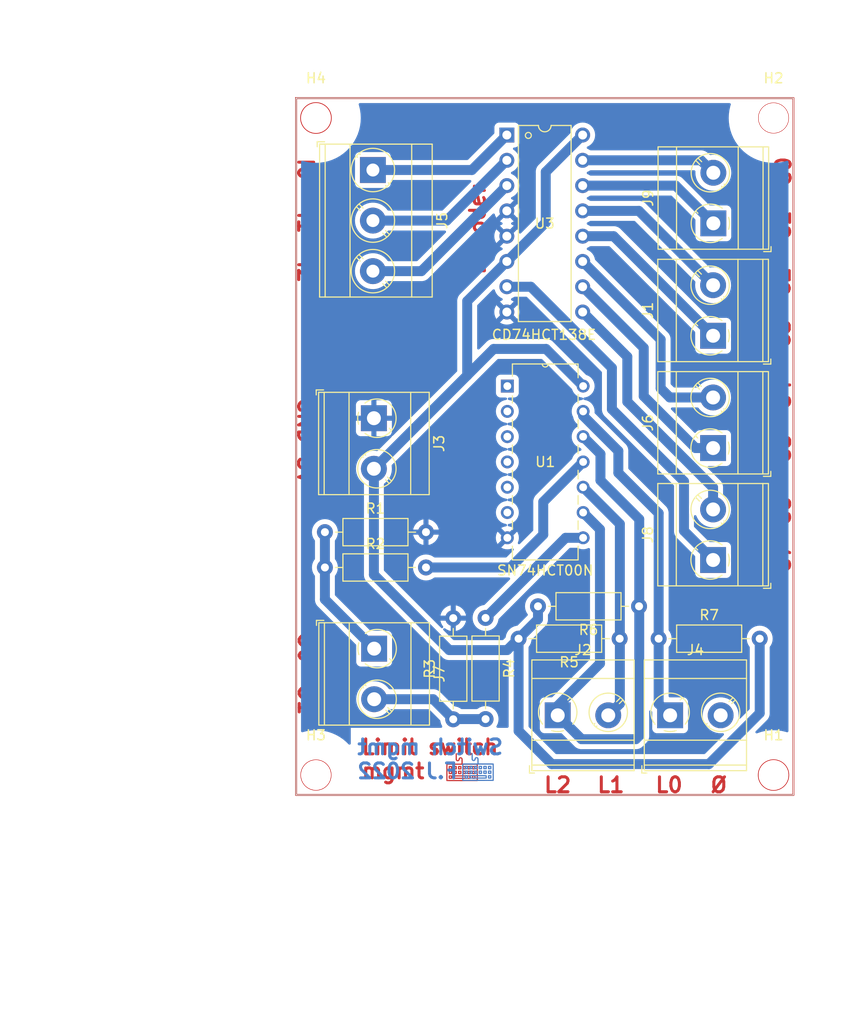
<source format=kicad_pcb>
(kicad_pcb (version 20221018) (generator pcbnew)
  (layers (0 "F.Cu" signal) (31 "B.Cu" signal) (34 "B.Paste" user) (35 "F.Paste" user) (36 "B.SilkS" user "B.Silkscreen") (37 "F.SilkS" user "F.Silkscreen") (38 "B.Mask" user) (39 "F.Mask" user) (44 "Edge.Cuts" user))
  (net 0 "")
  (net 1 "GND")
  (net 2 "5V")
  (net 3 "Net-(R2-Pad2)")
  (net 4 "Net-(R4-Pad1)")
  (net 11 "Net-(J5-Pad1)")
  (net 12 "Net-(J5-Pad2)")
  (net 13 "Net-(J5-Pad3)")
  (net 14 "Net-(J7-Pad1)")
  (net 15 "Net-(J7-Pad2)")
  (net 16 "Net-(J1-Pad1)")
  (net 17 "Net-(J1-Pad2)")
  (net 18 "Net-(J2-Pad1)")
  (net 19 "Net-(J2-Pad2)")
  (net 20 "Net-(J4-Pad1)")
  (net 21 "Net-(J6-Pad1)")
  (net 22 "Net-(J6-Pad2)")
  (net 23 "Net-(J8-Pad1)")
  (net 24 "Net-(J8-Pad2)")
  (net 25 "Net-(J9-Pad1)")
  (net 26 "Net-(J9-Pad2)")
  (footprint "MountingHole:MountingHole_3mm" (layer "F.Cu") (at 79.6 25)
    (fp_text reference "H4")
    (fp_text value "MountingHole")
  )
  (footprint "TerminalBlock_MetzConnect:TerminalBlock_MetzConnect_Type073_RT02602HBLU_1x02_P5.08mm_Horizontal" (layer "F.Cu") (at 115.205 85)
    (fp_text reference "J4")
    (fp_text value "Screw_Terminal_01x02")
  )
  (footprint "Resistor_THT:R_Axial_DIN0207_L6.3mm_D2.5mm_P10.16mm_Horizontal" (layer "F.Cu") (at 80.5 66.6)
    (fp_text reference "R1")
    (fp_text value "4.7k")
  )
  (footprint "TerminalBlock_MetzConnect:TerminalBlock_MetzConnect_Type073_RT02602HBLU_1x02_P5.08mm_Horizontal" (layer "F.Cu") (at 119.525 46.875 90)
    (fp_text reference "J1")
    (fp_text value "Screw_Terminal_01x02")
  )
  (footprint "MountingHole:MountingHole_3mm" (layer "F.Cu") (at 125.6 91)
    (fp_text reference "H1")
    (fp_text value "MountingHole")
  )
  (footprint "TerminalBlock_MetzConnect:TerminalBlock_MetzConnect_Type073_RT02602HBLU_1x02_P5.08mm_Horizontal" (layer "F.Cu") (at 119.525 69.4 90)
    (fp_text reference "J8")
    (fp_text value "Screw_Terminal_01x02")
  )
  (footprint "Resistor_THT:R_Axial_DIN0207_L6.3mm_D2.5mm_P10.16mm_Horizontal" (layer "F.Cu") (at 114.05 77.3)
    (fp_text reference "R7")
    (fp_text value "100k")
  )
  (footprint "Resistor_THT:R_Axial_DIN0207_L6.3mm_D2.5mm_P10.16mm_Horizontal" (layer "F.Cu") (at 112.08 74.05 180)
    (fp_text reference "R6")
    (fp_text value "100k")
  )
  (footprint "MountingHole:MountingHole_3mm" (layer "F.Cu") (at 125.6 25)
    (fp_text reference "H2")
    (fp_text value "MountingHole")
  )
  (footprint "SN74HCT00N:SN74HCT00N" (layer "F.Cu") (at 106.46 67.17)
    (fp_text reference "U1")
    (fp_text value "SN74HCT00N")
  )
  (footprint "TerminalBlock_MetzConnect:TerminalBlock_MetzConnect_Type073_RT02602HBLU_1x02_P5.08mm_Horizontal" (layer "F.Cu") (at 85.45 78.305 -90)
    (fp_text reference "J7")
    (fp_text value "Screw_Terminal_01x02")
  )
  (footprint "Resistor_THT:R_Axial_DIN0207_L6.3mm_D2.5mm_P10.16mm_Horizontal" (layer "F.Cu") (at 80.5 70.15)
    (fp_text reference "R2")
    (fp_text value "3k")
  )
  (footprint "TerminalBlock_MetzConnect:TerminalBlock_MetzConnect_Type073_RT02602HBLU_1x02_P5.08mm_Horizontal" (layer "F.Cu") (at 85.425 55.155 -90)
    (fp_text reference "J3")
    (fp_text value "Screw_Terminal_01x02")
  )
  (footprint "Resistor_THT:R_Axial_DIN0207_L6.3mm_D2.5mm_P10.16mm_Horizontal" (layer "F.Cu") (at 110.13 77.3 180)
    (fp_text reference "R5")
    (fp_text value "100k")
  )
  (footprint "TerminalBlock_MetzConnect:TerminalBlock_MetzConnect_Type073_RT02602HBLU_1x02_P5.08mm_Horizontal" (layer "F.Cu") (at 103.905 85)
    (fp_text reference "J2")
    (fp_text value "Screw_Terminal_01x02")
  )
  (footprint "TerminalBlock_Phoenix:TerminalBlock_Phoenix_MKDS-3-3-5.08_1x03_P5.08mm_Horizontal" (layer "F.Cu") (at 85.325 30.225 -90)
    (fp_text reference "J5")
    (fp_text value "Screw_Terminal_01x03")
  )
  (footprint "TerminalBlock_MetzConnect:TerminalBlock_MetzConnect_Type073_RT02602HBLU_1x02_P5.08mm_Horizontal" (layer "F.Cu") (at 119.525 58.155 90)
    (fp_text reference "J6")
    (fp_text value "Screw_Terminal_01x02")
  )
  (footprint "CD74HCT138E:CD74HCT138E" (layer "F.Cu") (at 102.6 35.6)
    (fp_text reference "U3")
    (fp_text value "CD74HCT138E")
  )
  (footprint "Resistor_THT:R_Axial_DIN0207_L6.3mm_D2.5mm_P10.16mm_Horizontal" (layer "F.Cu") (at 96.65 75.22 -90)
    (fp_text reference "R4")
    (fp_text value "3k")
  )
  (footprint "TerminalBlock_MetzConnect:TerminalBlock_MetzConnect_Type073_RT02602HBLU_1x02_P5.08mm_Horizontal" (layer "F.Cu") (at 119.55 35.58 90)
    (fp_text reference "J9")
    (fp_text value "Screw_Terminal_01x02")
  )
  (footprint "Resistor_THT:R_Axial_DIN0207_L6.3mm_D2.5mm_P10.16mm_Horizontal" (layer "F.Cu") (at 93.4 85.4 90)
    (fp_text reference "R3")
    (fp_text value "4.7k")
  )
  (footprint "MountingHole:MountingHole_3mm" (layer "F.Cu") (at 79.6 91)
    (fp_text reference "H3")
    (fp_text value "MountingHole")
  )
  (gr_poly (pts (xy 95.039278 90.087333) (xy 95.08004 90.087985) (xy 95.096956 90.088475) (xy 95.110721 90.089076) (xy 95.120706 90.089787) (xy 95.124084 90.090184) (xy 95.126281 90.090609) (xy 95.129312 90.09156) (xy 95.132337 90.09272) (xy 95.135341 90.094077) (xy 95.138307 90.095615) (xy 95.141219 90.097322) (xy 95.14406 90.099184) (xy 95.146814 90.101185) (xy 95.149464 90.103314) (xy 95.151994 90.105555) (xy 95.154388 90.107895) (xy 95.156628 90.110319) (xy 95.158699 90.112815) (xy 95.160584 90.115367) (xy 95.162266 90.117963) (xy 95.163729 90.120588) (xy 95.164956 90.123228) (xy 95.166198 90.127618) (xy 95.16721 90.134669) (xy 95.168012 90.144989) (xy 95.168624 90.159183) (xy 95.169357 90.201624) (xy 95.169566 90.266847) (xy 95.169541 90.309178) (xy 95.169498 90.326529) (xy 95.169421 90.341588) (xy 95.169301 90.354541) (xy 95.169131 90.365578) (xy 95.1689 90.374885) (xy 95.1686 90.38265) (xy 95.168421 90.386013) (xy 95.168221 90.389061) (xy 95.168 90.391817) (xy 95.167756 90.394305) (xy 95.167487 90.396549) (xy 95.167193 90.398571) (xy 95.166873 90.400396) (xy 95.166526 90.402046) (xy 95.16615 90.403545) (xy 95.165744 90.404917) (xy 95.165307 90.406186) (xy 95.164838 90.407373) (xy 95.164336 90.408504) (xy 95.1638 90.409601) (xy 95.16262 90.411789) (xy 95.161848 90.413093) (xy 95.160973 90.414446) (xy 95.160004 90.415838) (xy 95.158952 90.417258) (xy 95.157826 90.418696) (xy 95.156636 90.420139) (xy 95.155392 90.421579) (xy 95.154104 90.423004) (xy 95.152782 90.424403) (xy 95.151436 90.425766) (xy 95.150075 90.427082) (xy 95.148709 90.42834) (xy 95.147348 90.42953) (xy 95.146003 90.430641) (xy 95.144682 90.431663) (xy 95.143397 90.432583) (xy 95.131139 90.440996) (xy 94.997111 90.441761) (xy 94.959753 90.441932) (xy 94.929459 90.441954) (xy 94.90546 90.441805) (xy 94.89558 90.441661) (xy 94.886984 90.441465) (xy 94.879577 90.441217) (xy 94.873262 90.440912) (xy 94.867943 90.440548) (xy 94.863523 90.440123) (xy 94.859907 90.439633) (xy 94.856997 90.439076) (xy 94.854698 90.43845) (xy 94.852913 90.437751) (xy 94.850242 90.436441) (xy 94.847691 90.435087) (xy 94.845257 90.433686) (xy 94.842937 90.432234) (xy 94.840727 90.430729) (xy 94.838625 90.429168) (xy 94.836627 90.427548) (xy 94.834729 90.425866) (xy 94.832929 90.424119) (xy 94.831224 90.422304) (xy 94.82961 90.420418) (xy 94.828084 90.418459) (xy 94.826643 90.416423) (xy 94.825283 90.414307) (xy 94.824002 90.412109) (xy 94.822796 90.409825) (xy 94.821206 90.405683) (xy 94.819953 90.399636) (xy 94.819 90.39067) (xy 94.818306 90.377774) (xy 94.817834 90.359936) (xy 94.817545 90.336142) (xy 94.817513 90.324148) (xy 94.935885 90.324148) (xy 95.051041 90.324148) (xy 95.051041 90.209013) (xy 94.935885 90.209013) (xy 94.935885 90.324148) (xy 94.817513 90.324148) (xy 94.81736 90.26664) (xy 94.81741 90.23094) (xy 94.817572 90.201527) (xy 94.817867 90.177799) (xy 94.818312 90.159149) (xy 94.818598 90.151539) (xy 94.818928 90.144972) (xy 94.819306 90.139372) (xy 94.819733 90.134663) (xy 94.820213 90.13077) (xy 94.820748 90.127617) (xy 94.821339 90.125128) (xy 94.82199 90.123228) (xy 94.823217 90.120588) (xy 94.82468 90.117963) (xy 94.826361 90.115368) (xy 94.828244 90.112815) (xy 94.830313 90.11032) (xy 94.832552 90.107895) (xy 94.834943 90.105555) (xy 94.837472 90.103314) (xy 94.84012 90.101186) (xy 94.842872 90.099184) (xy 94.845711 90.097323) (xy 94.848622 90.095616) (xy 94.851587 90.094077) (xy 94.854589 90.09272) (xy 94.857614 90.09156) (xy 94.860644 90.09061) (xy 94.86622 90.089788) (xy 94.876208 90.089076) (xy 94.906895 90.087985) (xy 94.947664 90.087333) (xy 94.993473 90.087116)) (fill solid) (layer "F.Cu"))
  (gr_poly (pts (xy 95.462964 90.557914) (xy 95.508932 90.557942) (xy 95.52775 90.558036) (xy 95.544073 90.558215) (xy 95.558112 90.558501) (xy 95.564342 90.558691) (xy 95.57008 90.558917) (xy 95.575353 90.559181) (xy 95.580188 90.559487) (xy 95.58461 90.559837) (xy 95.588647 90.560234) (xy 95.592325 90.560681) (xy 95.59567 90.561181) (xy 95.598708 90.561737) (xy 95.601467 90.562351) (xy 95.603972 90.563027) (xy 95.606251 90.563768) (xy 95.608329 90.564576) (xy 95.610233 90.565454) (xy 95.61199 90.566406) (xy 95.613625 90.567434) (xy 95.615166 90.56854) (xy 95.616638 90.569729) (xy 95.618069 90.571002) (xy 95.619485 90.572363) (xy 95.622376 90.57536) (xy 95.628135 90.581969) (xy 95.630483 90.585333) (xy 95.632508 90.589022) (xy 95.634235 90.593249) (xy 95.635687 90.598226) (xy 95.636888 90.604166) (xy 95.637862 90.611284) (xy 95.638632 90.619791) (xy 95.639222 90.629901) (xy 95.639958 90.655782) (xy 95.64026 90.690632) (xy 95.640318 90.736156) (xy 95.640294 90.777079) (xy 95.64025 90.79385) (xy 95.640172 90.808411) (xy 95.64005 90.820949) (xy 95.639876 90.831649) (xy 95.639639 90.840699) (xy 95.63933 90.848285) (xy 95.639146 90.851588) (xy 95.63894 90.854595) (xy 95.638712 90.85733) (xy 95.63846 90.859816) (xy 95.638183 90.862076) (xy 95.637879 90.864134) (xy 95.637549 90.866013) (xy 95.637189 90.867736) (xy 95.6368 90.869327) (xy 95.63638 90.870809) (xy 95.635928 90.872205) (xy 95.635443 90.873539) (xy 95.634923 90.874834) (xy 95.634368 90.876114) (xy 95.633145 90.878721) (xy 95.632288 90.880402) (xy 95.631344 90.88209) (xy 95.630317 90.883778) (xy 95.629215 90.88546) (xy 95.628042 90.887129) (xy 95.626805 90.888777) (xy 95.625511 90.890399) (xy 95.624164 90.891987) (xy 95.622771 90.893534) (xy 95.621337 90.895034) (xy 95.61987 90.89648) (xy 95.618374 90.897865) (xy 95.616856 90.899182) (xy 95.615321 90.900424) (xy 95.613776 90.901585) (xy 95.612227 90.902657) (xy 95.598501 90.911732) (xy 95.469558 90.912331) (xy 95.440681 90.912401) (xy 95.414565 90.912337) (xy 95.391422 90.912143) (xy 95.371463 90.911825) (xy 95.354899 90.911386) (xy 95.341943 90.910832) (xy 95.332805 90.910167) (xy 95.329733 90.909795) (xy 95.327696 90.909396) (xy 95.326174 90.908943) (xy 95.324646 90.908415) (xy 95.321581 90.907138) (xy 95.318522 90.905588) (xy 95.315489 90.903783) (xy 95.312503 90.901746) (xy 95.309584 90.899497) (xy 95.306754 90.897057) (xy 95.304032 90.894446) (xy 95.30144 90.891685) (xy 95.298998 90.888796) (xy 95.296726 90.885798) (xy 95.294646 90.882713) (xy 95.292777 90.879561) (xy 95.291141 90.876364) (xy 95.289759 90.873142) (xy 95.28865 90.869915) (xy 95.28769 90.864077) (xy 95.286859 90.853814) (xy 95.285578 90.822555) (xy 95.284808 90.781226) (xy 95.284549 90.73491) (xy 95.284801 90.688695) (xy 95.285033 90.676211) (xy 95.406636 90.676211) (xy 95.406636 90.791511) (xy 95.521958 90.791511) (xy 95.521028 90.734791) (xy 95.520097 90.67805) (xy 95.463377 90.67712) (xy 95.406636 90.676211) (xy 95.285033 90.676211) (xy 95.285565 90.647666) (xy 95.28684 90.616908) (xy 95.28767 90.60697) (xy 95.288628 90.601508) (xy 95.289843 90.598137) (xy 95.291151 90.594911) (xy 95.292553 90.591831) (xy 95.294051 90.588894) (xy 95.295646 90.586098) (xy 95.29734 90.583442) (xy 95.299133 90.580926) (xy 95.301026 90.578546) (xy 95.303021 90.576303) (xy 95.30512 90.574194) (xy 95.307323 90.572217) (xy 95.309631 90.570373) (xy 95.312046 90.568658) (xy 95.314569 90.567072) (xy 95.317201 90.565613) (xy 95.319944 90.56428) (xy 95.324886 90.562346) (xy 95.330992 90.560851) (xy 95.339528 90.559738) (xy 95.35176 90.558949) (xy 95.368954 90.558429) (xy 95.392375 90.558121) (xy 95.462964 90.557913)) (fill solid) (layer "F.Cu"))
  (gr_poly (pts (xy 94.287843 91.028583) (xy 94.561106 91.028599) (xy 94.767361 91.028698) (xy 94.848371 91.028802) (xy 94.916241 91.028956) (xy 94.972176 91.029168) (xy 95.01738 91.029449) (xy 95.053056 91.029808) (xy 95.067698 91.030019) (xy 95.080409 91.030254) (xy 95.091341 91.030513) (xy 95.100643 91.030797) (xy 95.108467 91.031108) (xy 95.114963 91.031447) (xy 95.120281 91.031814) (xy 95.124572 91.032212) (xy 95.127986 91.032642) (xy 95.130674 91.033104) (xy 95.132787 91.033599) (xy 95.134474 91.03413) (xy 95.135887 91.034697) (xy 95.137176 91.035301) (xy 95.138623 91.036051) (xy 95.140115 91.036907) (xy 95.141642 91.037859) (xy 95.143191 91.038898) (xy 95.144752 91.040014) (xy 95.146313 91.041196) (xy 95.147863 91.042436) (xy 95.14939 91.043722) (xy 95.150883 91.045046) (xy 95.15233 91.046397) (xy 95.153721 91.047765) (xy 95.155043 91.049141) (xy 95.156285 91.050515) (xy 95.157435 91.051877) (xy 95.158483 91.053217) (xy 95.159417 91.054525) (xy 95.167872 91.067031) (xy 95.168739 91.202733) (xy 95.169006 91.247544) (xy 95.169084 91.265727) (xy 95.169112 91.281387) (xy 95.169079 91.294742) (xy 95.168977 91.30601) (xy 95.168897 91.310929) (xy 95.168795 91.315409) (xy 95.168671 91.319476) (xy 95.168523 91.323158) (xy 95.168349 91.326481) (xy 95.16815 91.329474) (xy 95.167923 91.332164) (xy 95.167667 91.334577) (xy 95.167382 91.336742) (xy 95.167064 91.338685) (xy 95.166715 91.340434) (xy 95.166331 91.342015) (xy 95.165913 91.343458) (xy 95.165458 91.344787) (xy 95.164966 91.346032) (xy 95.164435 91.347218) (xy 95.163864 91.348375) (xy 95.163251 91.349528) (xy 95.161898 91.351933) (xy 95.161036 91.35336) (xy 95.160065 91.35482) (xy 95.158995 91.356304) (xy 95.157835 91.357801) (xy 95.156597 91.359301) (xy 95.15529 91.360794) (xy 95.153924 91.362269) (xy 95.152511 91.363716) (xy 95.15106 91.365124) (xy 95.149581 91.366485) (xy 95.148086 91.367787) (xy 95.146583 91.36902) (xy 95.145084 91.370174) (xy 95.143599 91.371238) (xy 95.142137 91.372203) (xy 95.14071 91.373058) (xy 95.127233 91.380686) (xy 94.289041 91.380665) (xy 93.830774 91.380504) (xy 93.682376 91.380238) (xy 93.577523 91.37978) (xy 93.508507 91.379079) (xy 93.48503 91.378621) (xy 93.46762 91.378083) (xy 93.455316 91.377458) (xy 93.447153 91.37674) (xy 93.442168 91.375923) (xy 93.440567 91.375476) (xy 93.439398 91.375001) (xy 93.438181 91.374356) (xy 93.436898 91.373591) (xy 93.43556 91.372716) (xy 93.434179 91.371741) (xy 93.432764 91.370676) (xy 93.431327 91.369529) (xy 93.429878 91.368312) (xy 93.428429 91.367034) (xy 93.42699 91.365705) (xy 93.425573 91.364335) (xy 93.424188 91.362933) (xy 93.422846 91.36151) (xy 93.421558 91.360075) (xy 93.420335 91.358638) (xy 93.419188 91.357209) (xy 93.418128 91.355798) (xy 93.408289 91.342238) (xy 93.408835 91.262263) (xy 93.527041 91.262263) (xy 95.051041 91.262263) (xy 95.051041 91.147108) (xy 93.527041 91.147108) (xy 93.527041 91.262263) (xy 93.408835 91.262263) (xy 93.409239 91.203187) (xy 93.410211 91.064136) (xy 93.418107 91.053057) (xy 93.41898 91.051893) (xy 93.419962 91.050694) (xy 93.421043 91.049468) (xy 93.42221 91.048225) (xy 93.423455 91.046974) (xy 93.424765 91.045724) (xy 93.426131 91.044484) (xy 93.427541 91.043263) (xy 93.428984 91.042071) (xy 93.430451 91.040916) (xy 93.43193 91.039807) (xy 93.43341 91.038754) (xy 93.43488 91.037766) (xy 93.436331 91.036851) (xy 93.437751 91.03602) (xy 93.439129 91.03528) (xy 93.445454 91.033094) (xy 93.461098 91.031444) (xy 93.558712 91.029451) (xy 94.287842 91.028583)) (fill solid) (layer "F.Cu"))
  (gr_poly (pts (xy 95.078651 90.558189) (xy 95.089808 90.558282) (xy 95.099205 90.55845) (xy 95.107043 90.558704) (xy 95.11044 90.558866) (xy 95.113523 90.559052) (xy 95.116317 90.559263) (xy 95.118848 90.559501) (xy 95.12114 90.559767) (xy 95.123219 90.560061) (xy 95.12511 90.560385) (xy 95.126838 90.56074) (xy 95.128429 90.561127) (xy 95.129908 90.561547) (xy 95.131299 90.562) (xy 95.132629 90.562489) (xy 95.133923 90.563014) (xy 95.135205 90.563576) (xy 95.137836 90.564817) (xy 95.139686 90.565752) (xy 95.141481 90.56674) (xy 95.143222 90.567781) (xy 95.144908 90.568876) (xy 95.146542 90.570025) (xy 95.148122 90.571229) (xy 95.149651 90.572489) (xy 95.151128 90.573804) (xy 95.152554 90.575176) (xy 95.153929 90.576604) (xy 95.155254 90.57809) (xy 95.156531 90.579633) (xy 95.157758 90.581235) (xy 95.158937 90.582896) (xy 95.160068 90.584617) (xy 95.161153 90.586397) (xy 95.169566 90.600763) (xy 95.169566 90.733179) (xy 95.169507 90.763592) (xy 95.169332 90.790587) (xy 95.169043 90.814063) (xy 95.168643 90.833919) (xy 95.168133 90.850052) (xy 95.167516 90.862361) (xy 95.166794 90.870745) (xy 95.166394 90.873434) (xy 95.165969 90.875103) (xy 95.164936 90.877616) (xy 95.163764 90.880071) (xy 95.162455 90.882465) (xy 95.161013 90.884795) (xy 95.159438 90.887061) (xy 95.157733 90.889258) (xy 95.1559 90.891386) (xy 95.153941 90.893443) (xy 95.15186 90.895425) (xy 95.149656 90.89733) (xy 95.147334 90.899158) (xy 95.144895 90.900904) (xy 95.142341 90.902568) (xy 95.139674 90.904146) (xy 95.136897 90.905637) (xy 95.134012 90.907039) (xy 95.129191 90.908951) (xy 95.123223 90.910429) (xy 95.11489 90.911528) (xy 95.102976 90.9123) (xy 95.086264 90.912802) (xy 95.063536 90.913086) (xy 94.995168 90.913219) (xy 94.961676 90.913149) (xy 94.933889 90.912965) (xy 94.911268 90.91265) (xy 94.893276 90.912186) (xy 94.885848 90.911893) (xy 94.879375 90.911556) (xy 94.873791 90.911172) (xy 94.869028 90.91074) (xy 94.865018 90.910258) (xy 94.861695 90.909723) (xy 94.858992 90.909133) (xy 94.856841 90.908486) (xy 94.85547 90.907972) (xy 94.85405 90.907392) (xy 94.852592 90.906753) (xy 94.851108 90.90606) (xy 94.849608 90.90532) (xy 94.848103 90.904541) (xy 94.846605 90.903727) (xy 94.845125 90.902886) (xy 94.843673 90.902024) (xy 94.84226 90.901147) (xy 94.840899 90.900262) (xy 94.839599 90.899375) (xy 94.838372 90.898493) (xy 94.83723 90.897622) (xy 94.836182 90.896769) (xy 94.83524 90.895939) (xy 94.829452 90.890191) (xy 94.827097 90.887205) (xy 94.82507 90.883847) (xy 94.823345 90.879896) (xy 94.821899 90.875128) (xy 94.820706 90.869322) (xy 94.819743 90.862255) (xy 94.818985 90.853705) (xy 94.818407 90.843449) (xy 94.817695 90.816933) (xy 94.817593 90.791511) (xy 94.935885 90.791511) (xy 95.051041 90.791511) (xy 95.051041 90.676356) (xy 94.935885 90.676356) (xy 94.935885 90.791511) (xy 94.817593 90.791511) (xy 94.81736 90.733654) (xy 94.817384 90.691323) (xy 94.817428 90.673972) (xy 94.817505 90.658913) (xy 94.817624 90.64596) (xy 94.817795 90.634923) (xy 94.818025 90.625616) (xy 94.818326 90.617851) (xy 94.818504 90.614488) (xy 94.818704 90.61144) (xy 94.818925 90.608684) (xy 94.81917 90.606196) (xy 94.819438 90.603952) (xy 94.819732 90.60193) (xy 94.820052 90.600105) (xy 94.8204 90.598455) (xy 94.820776 90.596956) (xy 94.821182 90.595584) (xy 94.821619 90.594315) (xy 94.822087 90.593128) (xy 94.822589 90.591997) (xy 94.823125 90.5909) (xy 94.824305 90.588712) (xy 94.825077 90.587408) (xy 94.825953 90.586055) (xy 94.826921 90.584664) (xy 94.827974 90.583246) (xy 94.8291 90.58181) (xy 94.830289 90.580368) (xy 94.831533 90.57893) (xy 94.832821 90.577508) (xy 94.834143 90.57611) (xy 94.83549 90.574749) (xy 94.836851 90.573435) (xy 94.838217 90.572178) (xy 94.839577 90.57099) (xy 94.840923 90.56988) (xy 94.842243 90.568859) (xy 94.843529 90.567938) (xy 94.855807 90.559525) (xy 94.98938 90.558575) (xy 94.98938 90.558574) (xy 95.032592 90.558285) (xy 95.050244 90.558199) (xy 95.06553 90.558164)) (fill solid) (layer "F.Cu"))
  (gr_circle (center 125.6 25) (end 124.15 25) (stroke (width 0.2)) (fill none) (layer "F.Cu"))
  (gr_poly (pts (xy 95.474663 90.087674) (xy 95.598582 90.08877) (xy 95.613238 90.09894) (xy 95.622296 90.105537) (xy 95.625959 90.108811) (xy 95.629096 90.112402) (xy 95.631744 90.11656) (xy 95.633942 90.121535) (xy 95.635729 90.127578) (xy 95.637143 90.13494) (xy 95.638222 90.143869) (xy 95.639004 90.154618) (xy 95.639831 90.182571) (xy 95.639933 90.220801) (xy 95.639614 90.271312) (xy 95.638622 90.404802) (xy 95.62839 90.417453) (xy 95.621368 90.425913) (xy 95.618059 90.429321) (xy 95.614548 90.432233) (xy 95.61058 90.434688) (xy 95.605901 90.436724) (xy 95.600259 90.43838) (xy 95.5934 90.439696) (xy 95.585069 90.44071) (xy 95.575014 90.44146) (xy 95.548716 90.442326) (xy 95.512476 90.442606) (xy 95.464266 90.442609) (xy 95.424234 90.442554) (xy 95.393029 90.4424) (xy 95.38034 90.442268) (xy 95.369381 90.44209) (xy 95.359993 90.44186) (xy 95.352018 90.44157) (xy 95.345296 90.441213) (xy 95.33967 90.440783) (xy 95.334979 90.440272) (xy 95.331066 90.439673) (xy 95.329351 90.439339) (xy 95.32777 90.43898) (xy 95.326305 90.438595) (xy 95.324935 90.438185) (xy 95.322399 90.437282) (xy 95.320006 90.436263) (xy 95.316972 90.434793) (xy 95.314075 90.4332) (xy 95.311316 90.431486) (xy 95.308694 90.429649) (xy 95.30621 90.427691) (xy 95.303863 90.42561) (xy 95.301654 90.423408) (xy 95.299582 90.421083) (xy 95.297647 90.418636) (xy 95.295849 90.416066) (xy 95.294189 90.413375) (xy 95.292666 90.410561) (xy 95.29128 90.407625) (xy 95.290032 90.404567) (xy 95.28892 90.401387) (xy 95.287946 90.398084) (xy 95.28717 90.392585) (xy 95.286515 90.382715) (xy 95.285558 90.352345) (xy 95.285375 90.324314) (xy 95.406636 90.324314) (xy 95.463377 90.323383) (xy 95.520097 90.322453) (xy 95.521028 90.265733) (xy 95.521958 90.209013) (xy 95.406636 90.209013) (xy 95.406636 90.324314) (xy 95.285375 90.324314) (xy 95.284999 90.266437) (xy 95.286136 90.180031) (xy 95.287298 90.149038) (xy 95.288835 90.132798) (xy 95.289323 90.130926) (xy 95.289891 90.129068) (xy 95.291258 90.125407) (xy 95.292919 90.12183) (xy 95.294856 90.118354) (xy 95.297054 90.114995) (xy 95.299494 90.111768) (xy 95.302161 90.10869) (xy 95.305038 90.105777) (xy 95.308107 90.103044) (xy 95.311351 90.100508) (xy 95.314755 90.098185) (xy 95.318301 90.09609) (xy 95.321971 90.094241) (xy 95.32575 90.092652) (xy 95.329621 90.091339) (xy 95.333566 90.09032) (xy 95.339534 90.089462) (xy 95.348875 90.088755) (xy 95.361569 90.088198) (xy 95.377597 90.087791) (xy 95.419577 90.087431)) (fill solid) (layer "F.Cu"))
  (gr_poly (pts (xy 94.593701 90.087695) (xy 94.612974 90.087962) (xy 94.62873 90.088377) (xy 94.64097 90.08894) (xy 94.649696 90.08965) (xy 94.652742 90.090061) (xy 94.65491 90.090508) (xy 94.656386 90.090949) (xy 94.657955 90.091498) (xy 94.659602 90.092148) (xy 94.661315 90.092891) (xy 94.663078 90.093718) (xy 94.664878 90.094621) (xy 94.666701 90.095594) (xy 94.668534 90.096627) (xy 94.670363 90.097712) (xy 94.672174 90.098842) (xy 94.673952 90.100009) (xy 94.675686 90.101205) (xy 94.677359 90.102421) (xy 94.678959 90.10365) (xy 94.680473 90.104884) (xy 94.681885 90.106114) (xy 94.688503 90.112738) (xy 94.691211 90.116271) (xy 94.69355 90.120229) (xy 94.695544 90.124822) (xy 94.697218 90.130259) (xy 94.698596 90.136748) (xy 94.699701 90.144499) (xy 94.700557 90.153721) (xy 94.70119 90.164622) (xy 94.701879 90.192298) (xy 94.701959 90.2292) (xy 94.701625 90.276998) (xy 94.70053 90.400856) (xy 94.691435 90.414581) (xy 94.690362 90.416131) (xy 94.689201 90.417676) (xy 94.687959 90.41921) (xy 94.686642 90.420728) (xy 94.685258 90.422224) (xy 94.683812 90.423692) (xy 94.682312 90.425125) (xy 94.680764 90.426518) (xy 94.679176 90.427865) (xy 94.677555 90.42916) (xy 94.675906 90.430397) (xy 94.674237 90.431569) (xy 94.672555 90.432672) (xy 94.670867 90.433698) (xy 94.669179 90.434643) (xy 94.667498 90.4355) (xy 94.662309 90.437801) (xy 94.656476 90.439551) (xy 94.648473 90.440825) (xy 94.636774 90.441697) (xy 94.619852 90.442242) (xy 94.596183 90.442537) (xy 94.522494 90.442673) (xy 94.484863 90.442624) (xy 94.454833 90.442469) (xy 94.442378 90.442341) (xy 94.431474 90.442174) (xy 94.422005 90.441962) (xy 94.413855 90.441703) (xy 94.406908 90.441391) (xy 94.401047 90.441021) (xy 94.396155 90.44059) (xy 94.392118 90.440094) (xy 94.388818 90.439527) (xy 94.38614 90.438885) (xy 94.383967 90.438164) (xy 94.382182 90.43736) (xy 94.381105 90.436783) (xy 94.379976 90.436147) (xy 94.377599 90.434723) (xy 94.375126 90.43314) (xy 94.372632 90.43145) (xy 94.370193 90.429705) (xy 94.367883 90.427959) (xy 94.365777 90.426262) (xy 94.364824 90.425449) (xy 94.36395 90.424669) (xy 94.358364 90.419096) (xy 94.356089 90.416165) (xy 94.354128 90.412852) (xy 94.352459 90.408945) (xy 94.351057 90.404231) (xy 94.349901 90.398497) (xy 94.348966 90.391529) (xy 94.34823 90.383116) (xy 94.347669 90.373043) (xy 94.346981 90.347068) (xy 94.346899 90.324148) (xy 94.465154 90.324148) (xy 94.580289 90.324148) (xy 94.580289 90.209013) (xy 94.465154 90.209013) (xy 94.465154 90.324148) (xy 94.346899 90.324148) (xy 94.346691 90.265836) (xy 94.346782 90.216825) (xy 94.34693 90.196882) (xy 94.347199 90.179661) (xy 94.347391 90.171996) (xy 94.347628 90.164923) (xy 94.347914 90.15841) (xy 94.348255 90.152429) (xy 94.348655 90.146949) (xy 94.34912 90.14194) (xy 94.349654 90.137373) (xy 94.350262 90.133218) (xy 94.350948 90.129444) (xy 94.351719 90.126022) (xy 94.352578 90.122922) (xy 94.353531 90.120114) (xy 94.354582 90.117568) (xy 94.355737 90.115255) (xy 94.357 90.113143) (xy 94.358376 90.111205) (xy 94.359869 90.109409) (xy 94.361486 90.107726) (xy 94.36323 90.106126) (xy 94.365107 90.104578) (xy 94.367122 90.103054) (xy 94.369278 90.101523) (xy 94.374038 90.098322) (xy 94.388445 90.088772) (xy 94.514763 90.08778) (xy 94.544597 90.087603) (xy 94.57091 90.087575)) (fill solid) (layer "F.Cu"))
  (gr_circle (center 125.6 91) (end 124.9 89.7) (stroke (width 0.2)) (fill none) (layer "F.Cu"))
  (gr_poly (pts (xy 95.612639 91.037863) (xy 95.614245 91.038948) (xy 95.615841 91.040113) (xy 95.61742 91.041351) (xy 95.618977 91.042655) (xy 95.620505 91.044018) (xy 95.621999 91.045433) (xy 95.623451 91.046894) (xy 95.624856 91.048393) (xy 95.626207 91.049924) (xy 95.627499 91.05148) (xy 95.628724 91.053054) (xy 95.629877 91.054639) (xy 95.630952 91.056228) (xy 95.631941 91.057814) (xy 95.63284 91.059391) (xy 95.633641 91.060952) (xy 95.635734 91.065837) (xy 95.637338 91.071665) (xy 95.638518 91.07982) (xy 95.639338 91.091683) (xy 95.639863 91.108636) (xy 95.640159 91.132059) (xy 95.640317 91.203848) (xy 95.640258 91.233377) (xy 95.640081 91.259652) (xy 95.63979 91.282557) (xy 95.639387 91.301975) (xy 95.638876 91.317792) (xy 95.638259 91.329889) (xy 95.63754 91.338152) (xy 95.637142 91.34081) (xy 95.636721 91.342465) (xy 95.635781 91.344696) (xy 95.634628 91.346996) (xy 95.633278 91.349348) (xy 95.631751 91.351732) (xy 95.630061 91.354129) (xy 95.628228 91.35652) (xy 95.626268 91.358888) (xy 95.624198 91.361213) (xy 95.622037 91.363476) (xy 95.6198 91.365658) (xy 95.617506 91.367742) (xy 95.615171 91.369707) (xy 95.612814 91.371536) (xy 95.610451 91.373209) (xy 95.608099 91.374707) (xy 95.605777 91.376013) (xy 95.600599 91.377206) (xy 95.590412 91.37824) (xy 95.557852 91.379833) (xy 95.513789 91.380791) (xy 95.463913 91.381113) (xy 95.413916 91.380799) (xy 95.369489 91.379848) (xy 95.336323 91.37826) (xy 95.325741 91.377227) (xy 95.32011 91.376034) (xy 95.317518 91.374778) (xy 95.31494 91.373282) (xy 95.312392 91.371563) (xy 95.309886 91.369638) (xy 95.307435 91.367522) (xy 95.305054 91.365234) (xy 95.302756 91.36279) (xy 95.300554 91.360206) (xy 95.298463 91.3575) (xy 95.296495 91.354688) (xy 95.294665 91.351787) (xy 95.292986 91.348813) (xy 95.291471 91.345784) (xy 95.290134 91.342717) (xy 95.288989 91.339627) (xy 95.288049 91.336533) (xy 95.287229 91.331376) (xy 95.286546 91.322546) (xy 95.285595 91.294151) (xy 95.285303 91.262263) (xy 95.406636 91.262263) (xy 95.521792 91.262263) (xy 95.521792 91.147108) (xy 95.406636 91.147108) (xy 95.406636 91.262263) (xy 95.285303 91.262263) (xy 95.285209 91.251921) (xy 95.285403 91.196428) (xy 95.286416 91.0698) (xy 95.296566 91.055454) (xy 95.303136 91.04643) (xy 95.306273 91.042796) (xy 95.309658 91.039692) (xy 95.313551 91.037076) (xy 95.318213 91.034907) (xy 95.323903 91.033142) (xy 95.330882 91.03174) (xy 95.33941 91.030659) (xy 95.349747 91.029858) (xy 95.376889 91.028927) (xy 95.414389 91.028613) (xy 95.464328 91.028583) (xy 95.598315 91.028582)) (fill solid) (layer "F.Cu"))
  (gr_poly (pts (xy 93.704052 88.797139) (xy 93.706208 88.79726) (xy 93.708362 88.797463) (xy 93.710513 88.797748) (xy 93.710515 88.797746) (xy 93.71266 88.798113) (xy 93.714799 88.798561) (xy 93.71693 88.79909) (xy 93.71905 88.799701) (xy 93.721157 88.800392) (xy 93.72325 88.801163) (xy 93.725328 88.802015) (xy 93.727388 88.802946) (xy 93.729428 88.803957) (xy 93.731447 88.805048) (xy 93.733442 88.806218) (xy 93.735413 88.807467) (xy 93.737357 88.808795) (xy 93.739272 88.810201) (xy 93.741156 88.811686) (xy 93.743009 88.813249) (xy 93.748986 88.818737) (xy 93.75139 88.821896) (xy 93.753441 88.826004) (xy 93.755167 88.831566) (xy 93.756597 88.839086) (xy 93.758679 88.86202) (xy 93.759908 88.898842) (xy 93.76051 88.953589) (xy 93.760723 89.133002) (xy 93.760744 89.237548) (xy 93.760817 89.279697) (xy 93.760975 89.315795) (xy 93.761251 89.346368) (xy 93.761442 89.359747) (xy 93.761675 89.371941) (xy 93.761954 89.383017) (xy 93.762281 89.39304) (xy 93.762662 89.402075) (xy 93.763101 89.410188) (xy 93.7636 89.417445) (xy 93.764165 89.423911) (xy 93.7648 89.429653) (xy 93.765508 89.434735) (xy 93.766293 89.439223) (xy 93.76716 89.443183) (xy 93.768112 89.446681) (xy 93.768621 89.448277) (xy 93.769153 89.449781) (xy 93.770288 89.452551) (xy 93.771521 89.455055) (xy 93.772855 89.457359) (xy 93.774294 89.459528) (xy 93.775843 89.461629) (xy 93.777506 89.463727) (xy 93.781187 89.468175) (xy 93.78234 89.469517) (xy 93.783622 89.470917) (xy 93.785019 89.472362) (xy 93.786518 89.473842) (xy 93.788106 89.475346) (xy 93.789769 89.476861) (xy 93.793265 89.479882) (xy 93.796899 89.482816) (xy 93.800562 89.485572) (xy 93.802371 89.486855) (xy 93.804146 89.48806) (xy 93.805874 89.489175) (xy 93.807542 89.490189) (xy 93.809988 89.491599) (xy 93.812296 89.492863) (xy 93.814499 89.493989) (xy 93.816631 89.494984) (xy 93.818725 89.495856) (xy 93.820814 89.496613) (xy 93.822931 89.497262) (xy 93.825111 89.49781) (xy 93.827385 89.498266) (xy 93.829789 89.498636) (xy 93.832354 89.498929) (xy 93.835115 89.499151) (xy 93.838105 89.499311) (xy 93.841357 89.499416) (xy 93.84878 89.499491) (xy 93.852649 89.499473) (xy 93.856192 89.499416) (xy 93.85944 89.499311) (xy 93.862428 89.499151) (xy 93.865187 89.498929) (xy 93.867751 89.498638) (xy 93.870153 89.498269) (xy 93.872426 89.497815) (xy 93.874603 89.49727) (xy 93.876717 89.496625) (xy 93.8788 89.495873) (xy 93.880886 89.495007) (xy 93.883007 89.494019) (xy 93.885197 89.492902) (xy 93.887489 89.491649) (xy 93.889915 89.490251) (xy 93.893219 89.488224) (xy 93.896436 89.486083) (xy 93.899559 89.483833) (xy 93.902583 89.481481) (xy 93.905501 89.479033) (xy 93.908308 89.476495) (xy 93.910999 89.473875) (xy 93.913568 89.471177) (xy 93.916008 89.468409) (xy 93.918315 89.465577) (xy 93.920482 89.462687) (xy 93.922503 89.459745) (xy 93.924374 89.456758) (xy 93.926088 89.453731) (xy 93.92764 89.450672) (xy 93.929023 89.447587) (xy 93.92952 89.446261) (xy 93.930035 89.444621) (xy 93.9311 89.440493) (xy 93.932188 89.435393) (xy 93.933265 89.429508) (xy 93.934301 89.423024) (xy 93.935263 89.416131) (xy 93.936119 89.409015) (xy 93.936837 89.401864) (xy 93.937624 89.393992) (xy 93.938549 89.386451) (xy 93.939618 89.379213) (xy 93.940843 89.372249) (xy 93.942233 89.36553) (xy 93.943796 89.35903) (xy 93.945543 89.352718) (xy 93.947483 89.346569) (xy 93.949625 89.340552) (xy 93.951978 89.33464) (xy 93.954552 89.328805) (xy 93.957357 89.323019) (xy 93.960402 89.317252) (xy 93.963695 89.311478) (xy 93.967247 89.305667) (xy 93.971067 89.299793) (xy 93.977561 89.290615) (xy 93.984466 89.281882) (xy 93.991772 89.273599) (xy 93.999471 89.265772) (xy 94.007553 89.258405) (xy 94.016009 89.251506) (xy 94.02483 89.245079) (xy 94.034006 89.23913) (xy 94.043529 89.233666) (xy 94.053389 89.228691) (xy 94.063576 89.224211) (xy 94.074083 89.220232) (xy 94.084898 89.21676) (xy 94.096014 89.213801) (xy 94.107421 89.211359) (xy 94.11911 89.209442) (xy 94.126793 89.208541) (xy 94.134499 89.207982) (xy 94.142216 89.207758) (xy 94.149936 89.207864) (xy 94.157648 89.208294) (xy 94.165341 89.209044) (xy 94.173007 89.210107) (xy 94.180634 89.211479) (xy 94.188214 89.213153) (xy 94.195735 89.215124) (xy 94.203189 89.217387) (xy 94.210565 89.219937) (xy 94.217852 89.222767) (xy 94.225042 89.225872) (xy 94.232124 89.229248) (xy 94.239087 89.232888) (xy 94.245923 89.236787) (xy 94.252621 89.240939) (xy 94.259171 89.24534) (xy 94.265563 89.249983) (xy 94.271788 89.254863) (xy 94.277834 89.259975) (xy 94.283692 89.265313) (xy 94.289352 89.270872) (xy 94.294805 89.276646) (xy 94.30004 89.28263) (xy 94.305046 89.288818) (xy 94.309815 89.295205) (xy 94.314336 89.301786) (xy 94.318599 89.308554) (xy 94.322594 89.315505) (xy 94.326312 89.322634) (xy 94.333923 89.338693) (xy 94.339679 89.354302) (xy 94.341943 89.362992) (xy 94.343841 89.372834) (xy 94.345405 89.384249) (xy 94.346669 89.397659) (xy 94.348426 89.432151) (xy 94.349372 89.47968) (xy 94.349876 89.627339) (xy 94.35 89.850002) (xy 95.087443 89.850086) (xy 95.322946 89.850133) (xy 95.502368 89.85026) (xy 95.633517 89.850534) (xy 95.683429 89.850746) (xy 95.724201 89.85102) (xy 95.756809 89.851364) (xy 95.782229 89.851786) (xy 95.801436 89.852293) (xy 95.815407 89.852895) (xy 95.820734 89.853234) (xy 95.825117 89.8536) (xy 95.82868 89.853993) (xy 95.831543 89.854415) (xy 95.83383 89.854867) (xy 95.835661 89.85535) (xy 95.83716 89.855864) (xy 95.838447 89.856412) (xy 95.841332 89.857813) (xy 95.844108 89.859304) (xy 95.846773 89.860881) (xy 95.849326 89.862543) (xy 95.851764 89.864288) (xy 95.854084 89.866114) (xy 95.856285 89.868018) (xy 95.858365 89.869998) (xy 95.860322 89.872052) (xy 95.862153 89.874178) (xy 95.863856 89.876374) (xy 95.865429 89.878638) (xy 95.866871 89.880967) (xy 95.868178 89.88336) (xy 95.86935 89.885814) (xy 95.870383 89.888327) (xy 95.872012 89.941162) (xy 95.873138 90.094724) (xy 95.874 90.734311) (xy 95.873827 91.166311) (xy 95.873141 91.421721) (xy 95.872527 91.497045) (xy 95.87169 91.544829) (xy 95.871179 91.560124) (xy 95.8706 91.57061) (xy 95.86995 91.57698) (xy 95.869225 91.579924) (xy 95.867781 91.582495) (xy 95.866149 91.585053) (xy 95.864346 91.587582) (xy 95.86239 91.590067) (xy 95.860297 91.592494) (xy 95.858085 91.594848) (xy 95.855769 91.597115) (xy 95.853369 91.599279) (xy 95.8509 91.601325) (xy 95.84838 91.60324) (xy 95.845825 91.605009) (xy 95.843253 91.606616) (xy 95.840681 91.608047) (xy 95.838126 91.609287) (xy 95.835605 91.610322) (xy 95.833134 91.611136) (xy 94.285559 91.614355) (xy 92.741334 91.610661) (xy 92.741334 91.610683) (xy 92.739253 91.609758) (xy 92.737084 91.608608) (xy 92.734846 91.607255) (xy 92.732559 91.605716) (xy 92.730245 91.604011) (xy 92.727924 91.602161) (xy 92.725617 91.600184) (xy 92.723344 91.5981) (xy 92.721125 91.595929) (xy 92.718982 91.59369) (xy 92.716935 91.591403) (xy 92.715004 91.589087) (xy 92.713211 91.586761) (xy 92.711575 91.584446) (xy 92.710118 91.582161) (xy 92.70886 91.579925) (xy 92.704874 91.311957) (xy 92.703498 90.734304) (xy 92.704761 90.156019) (xy 92.707444 89.97194) (xy 92.822608 89.97194) (xy 92.822608 90.733941) (xy 92.822608 91.495941) (xy 94.289041 91.49592) (xy 95.755473 91.495878) (xy 95.755473 89.97194) (xy 92.822608 89.97194) (xy 92.707444 89.97194) (xy 92.708695 89.886157) (xy 92.709922 89.883518) (xy 92.711385 89.880894) (xy 92.713067 89.878299) (xy 92.714952 89.875748) (xy 92.717023 89.873254) (xy 92.719263 89.870831) (xy 92.721656 89.868493) (xy 92.724186 89.866254) (xy 92.726837 89.864128) (xy 92.729591 89.862128) (xy 92.732432 89.860268) (xy 92.735344 89.858563) (xy 92.73831 89.857025) (xy 92.741314 89.85567) (xy 92.744339 89.85451) (xy 92.747369 89.85356) (xy 92.798076 89.852015) (xy 92.938447 89.850913) (xy 93.494032 89.850025) (xy 94.228085 89.850004) (xy 94.228 89.622256) (xy 94.227955 89.548742) (xy 94.227825 89.492804) (xy 94.227705 89.470605) (xy 94.227535 89.451816) (xy 94.227306 89.436108) (xy 94.227009 89.423154) (xy 94.226634 89.412625) (xy 94.226414 89.408168) (xy 94.226171 89.404194) (xy 94.225904 89.400662) (xy 94.225612 89.397531) (xy 94.225293 89.394761) (xy 94.224947 89.39231) (xy 94.224571 89.390137) (xy 94.224166 89.388201) (xy 94.223729 89.386462) (xy 94.223259 89.384878) (xy 94.222757 89.383408) (xy 94.222219 89.382011) (xy 94.221034 89.379273) (xy 94.218136 89.373403) (xy 94.21491 89.367859) (xy 94.211367 89.362648) (xy 94.207518 89.357778) (xy 94.203374 89.353256) (xy 94.198947 89.349089) (xy 94.194247 89.345284) (xy 94.189287 89.341847) (xy 94.184076 89.338788) (xy 94.178626 89.336111) (xy 94.172948 89.333826) (xy 94.167054 89.331938) (xy 94.160955 89.330455) (xy 94.154661 89.329384) (xy 94.148184 89.328732) (xy 94.141535 89.328506) (xy 94.136959 89.32861) (xy 94.13246 89.328933) (xy 94.128042 89.329472) (xy 94.12371 89.330221) (xy 94.119467 89.331177) (xy 94.11532 89.332334) (xy 94.111271 89.333687) (xy 94.107327 89.335233) (xy 94.10349 89.336967) (xy 94.099765 89.338883) (xy 94.096158 89.340977) (xy 94.092672 89.343246) (xy 94.089311 89.345683) (xy 94.086081 89.348285) (xy 94.082986 89.351047) (xy 94.08003 89.353963) (xy 94.077218 89.357031) (xy 94.074553 89.360244) (xy 94.072042 89.363599) (xy 94.069687 89.36709) (xy 94.067493 89.370714) (xy 94.065466 89.374465) (xy 94.063609 89.378339) (xy 94.061927 89.382331) (xy 94.060424 89.386436) (xy 94.059105 89.390651) (xy 94.057974 89.39497) (xy 94.057035 89.399389) (xy 94.056294 89.403903) (xy 94.055755 89.408507) (xy 94.055421 89.413197) (xy 94.055298 89.417969) (xy 94.055075 89.426381) (xy 94.054469 89.434747) (xy 94.053487 89.443057) (xy 94.052139 89.451302) (xy 94.050432 89.45947) (xy 94.048374 89.467552) (xy 94.045974 89.475539) (xy 94.043238 89.483419) (xy 94.040176 89.491183) (xy 94.036794 89.49882) (xy 94.033102 89.506322) (xy 94.029108 89.513677) (xy 94.024818 89.520875) (xy 94.020243 89.527908) (xy 94.015388 89.534763) (xy 94.010263 89.541433) (xy 94.004875 89.547906) (xy 93.999233 89.554172) (xy 93.993344 89.560222) (xy 93.987217 89.566045) (xy 93.980859 89.571631) (xy 93.974279 89.576971) (xy 93.967485 89.582054) (xy 93.960484 89.58687) (xy 93.953285 89.591409) (xy 93.945896 89.595661) (xy 93.938325 89.599616) (xy 93.930579 89.603265) (xy 93.922667 89.606596) (xy 93.914597 89.6096) (xy 93.906377 89.612267) (xy 93.898015 89.614587) (xy 93.892931 89.615743) (xy 93.887418 89.616745) (xy 93.881538 89.617592) (xy 93.875353 89.618286) (xy 93.868923 89.618825) (xy 93.86231 89.61921) (xy 93.855575 89.619442) (xy 93.848778 89.619519) (xy 93.841981 89.619442) (xy 93.835246 89.61921) (xy 93.828633 89.618825) (xy 93.822203 89.618286) (xy 93.816018 89.617592) (xy 93.810138 89.616745) (xy 93.804625 89.615743) (xy 93.799541 89.614587) (xy 93.785528 89.610481) (xy 93.771909 89.605411) (xy 93.758727 89.599421) (xy 93.746027 89.592557) (xy 93.733853 89.584864) (xy 93.722249 89.576387) (xy 93.711259 89.567171) (xy 93.700927 89.557261) (xy 93.691297 89.546702) (xy 93.682412 89.53554) (xy 93.674318 89.523819) (xy 93.667058 89.511586) (xy 93.660676 89.498884) (xy 93.655217 89.485759) (xy 93.650723 89.472256) (xy 93.64724 89.458421) (xy 93.645851 89.449262) (xy 93.644738 89.435065) (xy 93.643223 89.384256) (xy 93.642466 89.291388) (xy 93.642238 89.141851) (xy 93.642425 89.006602) (xy 93.642693 88.955106) (xy 93.643086 88.913633) (xy 93.64361 88.881638) (xy 93.644273 88.858576) (xy 93.645081 88.843899) (xy 93.645542 88.839536) (xy 93.646041 88.837063) (xy 93.647027 88.83434) (xy 93.648132 88.831704) (xy 93.649357 88.829153) (xy 93.650703 88.826687) (xy 93.652172 88.824303) (xy 93.653765 88.822002) (xy 93.655482 88.819781) (xy 93.657326 88.817639) (xy 93.659297 88.815576) (xy 93.661396 88.813589) (xy 93.663625 88.811677) (xy 93.665985 88.80984) (xy 93.668477 88.808075) (xy 93.671103 88.806382) (xy 93.673862 88.804759) (xy 93.676758 88.803205) (xy 93.67876 88.802227) (xy 93.680786 88.801336) (xy 93.682833 88.800531) (xy 93.684899 88.799811) (xy 93.686983 88.799177) (xy 93.689082 88.798627) (xy 93.691194 88.798163) (xy 93.693319 88.797782) (xy 93.695453 88.797487) (xy 93.697596 88.797275) (xy 93.699744 88.797146) (xy 93.701897 88.797101)) (fill solid) (layer "F.Cu"))
  (gr_poly (pts (xy 93.736206 90.569116) (xy 93.744217 90.575031) (xy 93.747467 90.578054) (xy 93.75026 90.581434) (xy 93.75263 90.585406) (xy 93.754612 90.590206) (xy 93.756241 90.596069) (xy 93.757551 90.60323) (xy 93.758577 90.611925) (xy 93.759354 90.622388) (xy 93.760299 90.649559) (xy 93.760662 90.686627) (xy 93.760721 90.735473) (xy 93.760662 90.765318) (xy 93.760484 90.791834) (xy 93.760191 90.814915) (xy 93.759787 90.834456) (xy 93.759273 90.850351) (xy 93.758652 90.862494) (xy 93.757929 90.87078) (xy 93.757529 90.873443) (xy 93.757104 90.875103) (xy 93.756071 90.877616) (xy 93.7549 90.880071) (xy 93.753592 90.882465) (xy 93.752151 90.884795) (xy 93.750578 90.887061) (xy 93.748874 90.889258) (xy 93.747043 90.891386) (xy 93.745087 90.893443) (xy 93.743007 90.895425) (xy 93.740806 90.89733) (xy 93.738485 90.899158) (xy 93.736047 90.900904) (xy 93.733495 90.902568) (xy 93.730829 90.904146) (xy 93.728053 90.905637) (xy 93.725168 90.907039) (xy 93.720346 90.90895) (xy 93.714375 90.910426) (xy 93.706039 90.911521) (xy 93.694121 90.91229) (xy 93.677405 90.912788) (xy 93.654674 90.913068) (xy 93.586303 90.913199) (xy 93.552811 90.913129) (xy 93.525024 90.912947) (xy 93.502403 90.912636) (xy 93.484411 90.912176) (xy 93.476983 90.911884) (xy 93.47051 90.911549) (xy 93.464926 90.911167) (xy 93.460163 90.910737) (xy 93.456153 90.910256) (xy 93.45283 90.909722) (xy 93.450127 90.909133) (xy 93.447976 90.908486) (xy 93.446605 90.907972) (xy 93.445185 90.907392) (xy 93.443727 90.906753) (xy 93.442243 90.90606) (xy 93.440743 90.90532) (xy 93.439238 90.904541) (xy 93.43774 90.903727) (xy 93.43626 90.902886) (xy 93.434808 90.902024) (xy 93.433395 90.901147) (xy 93.432034 90.900262) (xy 93.430734 90.899375) (xy 93.429507 90.898493) (xy 93.428365 90.897622) (xy 93.427317 90.896769) (xy 93.426375 90.895939) (xy 93.420588 90.890191) (xy 93.418234 90.887205) (xy 93.416209 90.883847) (xy 93.414485 90.879896) (xy 93.413041 90.875128) (xy 93.41185 90.869322) (xy 93.410889 90.862255) (xy 93.410132 90.853705) (xy 93.409556 90.843449) (xy 93.408847 90.816933) (xy 93.408746 90.791511) (xy 93.527041 90.791511) (xy 93.642196 90.791511) (xy 93.642196 90.676356) (xy 93.527041 90.676356) (xy 93.527041 90.791511) (xy 93.408746 90.791511) (xy 93.408516 90.733654) (xy 93.40854 90.691323) (xy 93.408584 90.673972) (xy 93.408661 90.658913) (xy 93.40878 90.64596) (xy 93.40895 90.634923) (xy 93.409181 90.625616) (xy 93.409481 90.617851) (xy 93.40966 90.614488) (xy 93.40986 90.61144) (xy 93.410081 90.608684) (xy 93.410326 90.606196) (xy 93.410594 90.603952) (xy 93.410888 90.60193) (xy 93.411208 90.600105) (xy 93.411555 90.598455) (xy 93.411932 90.596956) (xy 93.412338 90.595584) (xy 93.412774 90.594315) (xy 93.413243 90.593128) (xy 93.413745 90.591997) (xy 93.414281 90.5909) (xy 93.415461 90.588712) (xy 93.416233 90.587408) (xy 93.417108 90.586055) (xy 93.418077 90.584664) (xy 93.419129 90.583246) (xy 93.420255 90.58181) (xy 93.421444 90.580368) (xy 93.422688 90.57893) (xy 93.423976 90.577508) (xy 93.425298 90.57611) (xy 93.426644 90.574749) (xy 93.428006 90.573435) (xy 93.429371 90.572178) (xy 93.430732 90.57099) (xy 93.432078 90.56988) (xy 93.433398 90.568859) (xy 93.434685 90.567938) (xy 93.446963 90.559525) (xy 93.722357 90.559525)) (fill solid) (layer "F.Cu"))
  (gr_poly (pts (xy 93.157051 90.557848) (xy 93.174307 90.557889) (xy 93.189221 90.557964) (xy 93.201998 90.558085) (xy 93.212839 90.558262) (xy 93.221947 90.558505) (xy 93.225915 90.558655) (xy 93.229525 90.558826) (xy 93.232804 90.559019) (xy 93.235777 90.559235) (xy 93.238468 90.559476) (xy 93.240904 90.559743) (xy 93.243109 90.560037) (xy 93.24511 90.560359) (xy 93.246931 90.560712) (xy 93.248597 90.561096) (xy 93.250135 90.561513) (xy 93.251569 90.561964) (xy 93.252925 90.56245) (xy 93.254228 90.562972) (xy 93.255503 90.563533) (xy 93.256777 90.564133) (xy 93.259419 90.565456) (xy 93.262612 90.567165) (xy 93.265607 90.568932) (xy 93.268411 90.570763) (xy 93.271029 90.572667) (xy 93.273468 90.57465) (xy 93.275733 90.57672) (xy 93.277829 90.578885) (xy 93.279764 90.581151) (xy 93.281543 90.583525) (xy 93.283171 90.586017) (xy 93.284655 90.588632) (xy 93.286 90.591378) (xy 93.287213 90.594262) (xy 93.288299 90.597293) (xy 93.289264 90.600476) (xy 93.290115 90.603821) (xy 93.290939 90.610071) (xy 93.291628 90.620691) (xy 93.292612 90.6525) (xy 93.293091 90.694159) (xy 93.293091 90.740581) (xy 93.292636 90.786678) (xy 93.29175 90.827363) (xy 93.290461 90.857548) (xy 93.289672 90.867113) (xy 93.288792 90.872145) (xy 93.287587 90.875103) (xy 93.286121 90.878071) (xy 93.284415 90.881029) (xy 93.28249 90.883956) (xy 93.280366 90.886834) (xy 93.278065 90.889642) (xy 93.275607 90.89236) (xy 93.273012 90.894968) (xy 93.270302 90.897447) (xy 93.267498 90.899776) (xy 93.26462 90.901936) (xy 93.261688 90.903907) (xy 93.258725 90.905668) (xy 93.25575 90.9072) (xy 93.252784 90.908483) (xy 93.249848 90.909497) (xy 93.243671 90.910544) (xy 93.233085 90.911433) (xy 93.201226 90.912744) (xy 93.159346 90.91345) (xy 93.112523 90.913568) (xy 93.065833 90.913117) (xy 93.024353 90.912113) (xy 92.993159 90.910577) (xy 92.983005 90.909615) (xy 92.977327 90.908526) (xy 92.974257 90.907372) (xy 92.971368 90.906161) (xy 92.96865 90.904884) (xy 92.966093 90.903531) (xy 92.963685 90.902093) (xy 92.961418 90.900559) (xy 92.959279 90.89892) (xy 92.957259 90.897167) (xy 92.955348 90.89529) (xy 92.953535 90.893279) (xy 92.951809 90.891125) (xy 92.95016 90.888818) (xy 92.948579 90.886349) (xy 92.947053 90.883708) (xy 92.945574 90.880885) (xy 92.94413 90.877871) (xy 92.942231 90.873035) (xy 92.940758 90.866992) (xy 92.939657 90.858521) (xy 92.938873 90.846399) (xy 92.938353 90.829406) (xy 92.938041 90.806319) (xy 92.937995 90.791511) (xy 93.056124 90.791511) (xy 93.171445 90.791511) (xy 93.171445 90.676211) (xy 93.114704 90.67712) (xy 93.057984 90.67805) (xy 93.057054 90.734791) (xy 93.056124 90.791511) (xy 92.937995 90.791511) (xy 92.937826 90.736981) (xy 92.937866 90.706525) (xy 92.938027 90.679929) (xy 92.93831 90.657135) (xy 92.938716 90.638083) (xy 92.939248 90.622716) (xy 92.939906 90.610975) (xy 92.940283 90.606445) (xy 92.940693 90.602801) (xy 92.941134 90.600034) (xy 92.941609 90.598136) (xy 92.942595 90.595413) (xy 92.9437 90.592777) (xy 92.944926 90.590226) (xy 92.946274 90.58776) (xy 92.947745 90.585376) (xy 92.949339 90.583075) (xy 92.951058 90.580854) (xy 92.952904 90.578712) (xy 92.954877 90.576649) (xy 92.956978 90.574662) (xy 92.959209 90.57275) (xy 92.96157 90.570913) (xy 92.964064 90.569148) (xy 92.96669 90.567455) (xy 92.96945 90.565832) (xy 92.972346 90.564278) (xy 92.976864 90.562277) (xy 92.982522 90.560738) (xy 92.990647 90.559599) (xy 93.002566 90.558802) (xy 93.019604 90.558286) (xy 93.043089 90.557992) (xy 93.114704 90.557829)) (fill solid) (layer "F.Cu"))
  (gr_poly (pts (xy 94.063835 90.087695) (xy 94.109455 90.088164) (xy 94.128036 90.088464) (xy 94.144094 90.08886) (xy 94.151246 90.089107) (xy 94.157851 90.089392) (xy 94.163935 90.08972) (xy 94.169528 90.090097) (xy 94.174656 90.090527) (xy 94.179348 90.091015) (xy 94.183631 90.091567) (xy 94.187533 90.092186) (xy 94.191081 90.092878) (xy 94.194304 90.093648) (xy 94.197229 90.0945) (xy 94.199884 90.09544) (xy 94.202296 90.096472) (xy 94.204493 90.097601) (xy 94.206504 90.098832) (xy 94.208356 90.100171) (xy 94.210076 90.101621) (xy 94.211692 90.103187) (xy 94.213232 90.104876) (xy 94.214724 90.10669) (xy 94.216196 90.108636) (xy 94.217675 90.110719) (xy 94.220766 90.115311) (xy 94.229778 90.128913) (xy 94.229778 90.404803) (xy 94.219381 90.417804) (xy 94.212543 90.426118) (xy 94.209291 90.42947) (xy 94.205816 90.432336) (xy 94.201866 90.434754) (xy 94.197191 90.436761) (xy 94.19154 90.438396) (xy 94.184663 90.439697) (xy 94.176307 90.440701) (xy 94.166222 90.441447) (xy 94.139864 90.442313) (xy 94.103578 90.442599) (xy 94.05536 90.442609) (xy 94.015442 90.442553) (xy 93.984299 90.442397) (xy 93.971626 90.442265) (xy 93.960677 90.442087) (xy 93.951293 90.441856) (xy 93.943318 90.441567) (xy 93.936596 90.441211) (xy 93.93097 90.440783) (xy 93.926282 90.440275) (xy 93.922376 90.439681) (xy 93.920667 90.439349) (xy 93.919094 90.438994) (xy 93.917639 90.438613) (xy 93.916281 90.438206) (xy 93.913779 90.437312) (xy 93.911431 90.436304) (xy 93.908417 90.434861) (xy 93.905594 90.433381) (xy 93.902952 90.431856) (xy 93.900483 90.430274) (xy 93.898177 90.428626) (xy 93.896023 90.4269) (xy 93.894012 90.425087) (xy 93.892135 90.423176) (xy 93.890382 90.421156) (xy 93.888743 90.419017) (xy 93.887209 90.41675) (xy 93.88577 90.414342) (xy 93.884417 90.411785) (xy 93.88314 90.409067) (xy 93.88193 90.406178) (xy 93.880776 90.403107) (xy 93.879726 90.397576) (xy 93.878794 90.387607) (xy 93.87729 90.356864) (xy 93.876495 90.324314) (xy 93.997792 90.324314) (xy 94.054512 90.323383) (xy 94.111232 90.322453) (xy 94.112162 90.265733) (xy 94.113093 90.209013) (xy 93.997792 90.209013) (xy 93.997792 90.266663) (xy 93.997792 90.324314) (xy 93.876495 90.324314) (xy 93.876288 90.315887) (xy 93.87581 90.269685) (xy 93.875878 90.223266) (xy 93.876513 90.18164) (xy 93.877739 90.149814) (xy 93.87858 90.139142) (xy 93.879577 90.132798) (xy 93.88076 90.12903) (xy 93.882237 90.125338) (xy 93.883993 90.121738) (xy 93.88601 90.118247) (xy 93.888272 90.114878) (xy 93.890764 90.111648) (xy 93.893468 90.108572) (xy 93.89637 90.105665) (xy 93.899451 90.102942) (xy 93.902697 90.10042) (xy 93.90609 90.098113) (xy 93.909614 90.096036) (xy 93.913254 90.094205) (xy 93.916993 90.092635) (xy 93.920814 90.091342) (xy 93.924701 90.090341) (xy 93.930639 90.089493) (xy 93.939935 90.088791) (xy 93.952547 90.088237) (xy 93.968431 90.08783) (xy 94.009845 90.087463)) (fill solid) (layer "F.Cu"))
  (gr_poly (pts (xy 93.630417 90.087333) (xy 93.671186 90.087985) (xy 93.688105 90.088475) (xy 93.701873 90.089076) (xy 93.711861 90.089787) (xy 93.71524 90.090184) (xy 93.717437 90.090609) (xy 93.720467 90.09156) (xy 93.723492 90.09272) (xy 93.726495 90.094077) (xy 93.729459 90.095615) (xy 93.73237 90.097322) (xy 93.735209 90.099184) (xy 93.737961 90.101185) (xy 93.74061 90.103314) (xy 93.743138 90.105555) (xy 93.745529 90.107895) (xy 93.747768 90.110319) (xy 93.749837 90.112815) (xy 93.75172 90.115367) (xy 93.753401 90.117963) (xy 93.754864 90.120588) (xy 93.756091 90.123228) (xy 93.757333 90.127604) (xy 93.758347 90.134613) (xy 93.759152 90.144852) (xy 93.759768 90.158918) (xy 93.760509 90.200921) (xy 93.760721 90.2654) (xy 93.760693 90.306667) (xy 93.760646 90.323668) (xy 93.760565 90.338482) (xy 93.760443 90.351288) (xy 93.760271 90.362263) (xy 93.760041 90.371583) (xy 93.759745 90.379427) (xy 93.759375 90.385971) (xy 93.759159 90.388811) (xy 93.758921 90.391392) (xy 93.758661 90.393738) (xy 93.758377 90.395869) (xy 93.758068 90.397808) (xy 93.757734 90.399578) (xy 93.757372 90.4012) (xy 93.756983 90.402696) (xy 93.756565 90.404089) (xy 93.756116 90.405401) (xy 93.755637 90.406654) (xy 93.755126 90.40787) (xy 93.754004 90.41028) (xy 93.753254 90.411727) (xy 93.752398 90.413219) (xy 93.751445 90.414746) (xy 93.750406 90.416295) (xy 93.749291 90.417856) (xy 93.748108 90.419417) (xy 93.746869 90.420967) (xy 93.745583 90.422494) (xy 93.744259 90.423987) (xy 93.742908 90.425434) (xy 93.741539 90.426825) (xy 93.740163 90.428147) (xy 93.738789 90.429389) (xy 93.737428 90.430539) (xy 93.736088 90.431587) (xy 93.73478 90.432521) (xy 93.722274 90.440996) (xy 93.588246 90.441761) (xy 93.550889 90.441932) (xy 93.520598 90.441954) (xy 93.496601 90.441805) (xy 93.486723 90.441661) (xy 93.47813 90.441465) (xy 93.470724 90.441217) (xy 93.464411 90.440912) (xy 93.459094 90.440548) (xy 93.454675 90.440123) (xy 93.45106 90.439633) (xy 93.448152 90.439076) (xy 93.445853 90.43845) (xy 93.444069 90.437751) (xy 93.441398 90.436441) (xy 93.438847 90.435087) (xy 93.436413 90.433686) (xy 93.434093 90.432234) (xy 93.431883 90.430729) (xy 93.429781 90.429168) (xy 93.427782 90.427548) (xy 93.425885 90.425866) (xy 93.424085 90.424119) (xy 93.42238 90.422304) (xy 93.420766 90.420418) (xy 93.41924 90.418459) (xy 93.417798 90.416423) (xy 93.416439 90.414307) (xy 93.415158 90.412109) (xy 93.413952 90.409825) (xy 93.412362 90.405683) (xy 93.411109 90.399636) (xy 93.410155 90.39067) (xy 93.409462 90.377774) (xy 93.40899 90.359936) (xy 93.4087 90.336142) (xy 93.408669 90.324148) (xy 93.527041 90.324148) (xy 93.642196 90.324148) (xy 93.642196 90.209013) (xy 93.527041 90.209013) (xy 93.527041 90.324148) (xy 93.408669 90.324148) (xy 93.408516 90.26664) (xy 93.408565 90.23094) (xy 93.408725 90.201527) (xy 93.409016 90.177799) (xy 93.409458 90.159149) (xy 93.409741 90.151539) (xy 93.41007 90.144972) (xy 93.410446 90.139372) (xy 93.410872 90.134663) (xy 93.41135 90.13077) (xy 93.411884 90.127617) (xy 93.412474 90.125128) (xy 93.413125 90.123228) (xy 93.414353 90.120588) (xy 93.415816 90.117963) (xy 93.417498 90.115368) (xy 93.419382 90.112815) (xy 93.421453 90.11032) (xy 93.423693 90.107895) (xy 93.426087 90.105555) (xy 93.428617 90.103314) (xy 93.431267 90.101186) (xy 93.434021 90.099184) (xy 93.436862 90.097323) (xy 93.439774 90.095616) (xy 93.44274 90.094077) (xy 93.445744 90.09272) (xy 93.44877 90.09156) (xy 93.4518 90.09061) (xy 93.457375 90.089788) (xy 93.46736 90.089076) (xy 93.498041 90.087985) (xy 93.538803 90.087333) (xy 93.584608 90.087116)) (fill solid) (layer "F.Cu"))
  (gr_circle (center 79.6 25) (end 78.55 23.95) (stroke (width 0.2)) (fill none) (layer "F.Cu"))
  (gr_poly (pts (xy 94.52729 90.558575) (xy 94.660387 90.559526) (xy 94.674423 90.568827) (xy 94.683103 90.574766) (xy 94.686607 90.577648) (xy 94.68961 90.580795) (xy 94.692152 90.584447) (xy 94.694275 90.588847) (xy 94.69602 90.594236) (xy 94.697429 90.600857) (xy 94.698543 90.608951) (xy 94.699403 90.61876) (xy 94.70053 90.644489) (xy 94.701139 90.679979) (xy 94.701563 90.727164) (xy 94.701762 90.758351) (xy 94.701809 90.785331) (xy 94.7017 90.808273) (xy 94.701432 90.82734) (xy 94.701 90.842701) (xy 94.700401 90.85452) (xy 94.700038 90.859154) (xy 94.699633 90.862964) (xy 94.699183 90.865973) (xy 94.69869 90.868199) (xy 94.698218 90.869748) (xy 94.697666 90.87131) (xy 94.696333 90.874466) (xy 94.694714 90.877642) (xy 94.692834 90.880813) (xy 94.690715 90.883956) (xy 94.688383 90.887046) (xy 94.68586 90.890058) (xy 94.683171 90.892967) (xy 94.68034 90.895749) (xy 94.677389 90.89838) (xy 94.674344 90.900834) (xy 94.671227 90.903087) (xy 94.668064 90.905116) (xy 94.664876 90.906894) (xy 94.66169 90.908398) (xy 94.658527 90.909602) (xy 94.652726 90.910633) (xy 94.642418 90.911505) (xy 94.610864 90.912785) (xy 94.569026 90.913463) (xy 94.522065 90.913558) (xy 94.47514 90.913092) (xy 94.433412 90.912085) (xy 94.402043 90.910556) (xy 94.391855 90.909603) (xy 94.386192 90.908528) (xy 94.383122 90.907374) (xy 94.380232 90.906163) (xy 94.377513 90.904886) (xy 94.374954 90.903533) (xy 94.372545 90.902095) (xy 94.370276 90.900561) (xy 94.368135 90.898922) (xy 94.366114 90.897169) (xy 94.364201 90.895292) (xy 94.362385 90.893281) (xy 94.360658 90.891127) (xy 94.359008 90.88882) (xy 94.357425 90.886351) (xy 94.355899 90.88371) (xy 94.354419 90.880887) (xy 94.352975 90.877873) (xy 94.351075 90.873027) (xy 94.349603 90.866949) (xy 94.348504 90.858396) (xy 94.347724 90.846124) (xy 94.347207 90.828892) (xy 94.3469 90.805455) (xy 94.346858 90.791511) (xy 94.464989 90.791511) (xy 94.580289 90.791511) (xy 94.580289 90.676211) (xy 94.523569 90.67712) (xy 94.466849 90.67805) (xy 94.465919 90.734791) (xy 94.464989 90.791511) (xy 94.346858 90.791511) (xy 94.346691 90.734998) (xy 94.346732 90.705294) (xy 94.346893 90.678917) (xy 94.347171 90.65597) (xy 94.347563 90.63655) (xy 94.348067 90.620759) (xy 94.348681 90.608696) (xy 94.349028 90.604094) (xy 94.349401 90.600461) (xy 94.349801 90.59781) (xy 94.350226 90.596154) (xy 94.351212 90.593755) (xy 94.352338 90.591399) (xy 94.353601 90.589086) (xy 94.354999 90.586821) (xy 94.356529 90.584604) (xy 94.358189 90.582439) (xy 94.359976 90.580328) (xy 94.361889 90.578274) (xy 94.363925 90.576278) (xy 94.366081 90.574343) (xy 94.368355 90.572472) (xy 94.370745 90.570667) (xy 94.373249 90.568931) (xy 94.375864 90.567265) (xy 94.378587 90.565673) (xy 94.381417 90.564156) (xy 94.385992 90.562097) (xy 94.391596 90.560537) (xy 94.399665 90.559423) (xy 94.411637 90.558697) (xy 94.428948 90.558305) (xy 94.453036 90.558191)) (fill solid) (layer "F.Cu"))
  (gr_poly (pts (xy 93.184836 90.087695) (xy 93.204109 90.087962) (xy 93.219865 90.088377) (xy 93.232105 90.08894) (xy 93.240831 90.08965) (xy 93.243877 90.090061) (xy 93.246045 90.090508) (xy 93.247522 90.090949) (xy 93.249091 90.091498) (xy 93.250739 90.092148) (xy 93.252453 90.092891) (xy 93.254218 90.093718) (xy 93.256019 90.094621) (xy 93.257845 90.095594) (xy 93.25968 90.096627) (xy 93.26151 90.097712) (xy 93.263323 90.098842) (xy 93.265104 90.100009) (xy 93.266838 90.101205) (xy 93.268513 90.102421) (xy 93.270114 90.10365) (xy 93.271628 90.104884) (xy 93.273041 90.106114) (xy 93.279624 90.11271) (xy 93.282317 90.116233) (xy 93.284644 90.120186) (xy 93.286628 90.124776) (xy 93.288294 90.130211) (xy 93.289665 90.136702) (xy 93.290766 90.144456) (xy 93.29162 90.153682) (xy 93.292252 90.164588) (xy 93.292945 90.192276) (xy 93.293036 90.22919) (xy 93.292719 90.276998) (xy 93.291665 90.400856) (xy 93.28257 90.414581) (xy 93.281498 90.416131) (xy 93.280337 90.417676) (xy 93.279096 90.419211) (xy 93.277781 90.420729) (xy 93.276397 90.422225) (xy 93.274953 90.423692) (xy 93.273455 90.425126) (xy 93.27191 90.426519) (xy 93.270324 90.427865) (xy 93.268704 90.42916) (xy 93.267057 90.430397) (xy 93.26539 90.431569) (xy 93.26371 90.432672) (xy 93.262022 90.433698) (xy 93.260335 90.434643) (xy 93.258654 90.4355) (xy 93.253467 90.437805) (xy 93.247651 90.439552) (xy 93.239673 90.440815) (xy 93.227999 90.441669) (xy 93.211093 90.442187) (xy 93.187423 90.442443) (xy 93.11365 90.442466) (xy 93.085498 90.442357) (xy 93.059783 90.442134) (xy 93.036832 90.441805) (xy 93.016973 90.441378) (xy 93.000534 90.440862) (xy 92.987842 90.440267) (xy 92.979226 90.439599) (xy 92.976548 90.439242) (xy 92.975012 90.438869) (xy 92.972784 90.437901) (xy 92.970574 90.436784) (xy 92.968387 90.435522) (xy 92.966227 90.43412) (xy 92.9641 90.432583) (xy 92.96201 90.430915) (xy 92.959963 90.429122) (xy 92.957962 90.427208) (xy 92.956013 90.425177) (xy 92.95412 90.423035) (xy 92.952288 90.420787) (xy 92.950522 90.418437) (xy 92.948827 90.415989) (xy 92.947207 90.413449) (xy 92.945668 90.410822) (xy 92.944213 90.408111) (xy 92.942211 90.403594) (xy 92.940671 90.397942) (xy 92.939534 90.389828) (xy 92.938741 90.377924) (xy 92.938232 90.360903) (xy 92.93795 90.337436) (xy 92.937927 90.324148) (xy 93.056289 90.324148) (xy 93.171445 90.324148) (xy 93.171445 90.209013) (xy 93.056289 90.209013) (xy 93.056289 90.324148) (xy 92.937927 90.324148) (xy 92.937826 90.265856) (xy 92.937917 90.216837) (xy 92.938065 90.19689) (xy 92.938334 90.179666) (xy 92.938526 90.172) (xy 92.938763 90.164926) (xy 92.939049 90.158412) (xy 92.93939 90.15243) (xy 92.93979 90.14695) (xy 92.940255 90.14194) (xy 92.940789 90.137373) (xy 92.941396 90.133217) (xy 92.942083 90.129443) (xy 92.942854 90.126021) (xy 92.943713 90.122921) (xy 92.944666 90.120113) (xy 92.945717 90.117567) (xy 92.946872 90.115254) (xy 92.948134 90.113143) (xy 92.94951 90.111204) (xy 92.951004 90.109409) (xy 92.952621 90.107726) (xy 92.954365 90.106125) (xy 92.956242 90.104578) (xy 92.958256 90.103054) (xy 92.960413 90.101523) (xy 92.965173 90.098322) (xy 92.979581 90.088772) (xy 93.105898 90.08778) (xy 93.135733 90.087603) (xy 93.162045 90.087575)) (fill solid) (layer "F.Cu"))
  (gr_poly (pts (xy 93.262974 91.036705) (xy 93.264301 91.037623) (xy 93.265672 91.038646) (xy 93.267078 91.039764) (xy 93.268506 91.040966) (xy 93.269948 91.042241) (xy 93.271391 91.043578) (xy 93.272827 91.044967) (xy 93.274243 91.046396) (xy 93.27563 91.047854) (xy 93.276977 91.049332) (xy 93.278273 91.050816) (xy 93.279508 91.052298) (xy 93.280671 91.053766) (xy 93.281752 91.055208) (xy 93.28274 91.056615) (xy 93.283624 91.057975) (xy 93.286277 91.062491) (xy 93.287354 91.064807) (xy 93.288284 91.067433) (xy 93.289078 91.070571) (xy 93.289751 91.074424) (xy 93.290784 91.085084) (xy 93.29149 91.101037) (xy 93.291974 91.123902) (xy 93.292698 91.196861) (xy 93.29299 91.2418) (xy 93.293018 91.260401) (xy 93.292943 91.276677) (xy 93.292749 91.290821) (xy 93.292416 91.303024) (xy 93.292193 91.308458) (xy 93.291928 91.313478) (xy 93.29162 91.318109) (xy 93.291267 91.322374) (xy 93.290866 91.326298) (xy 93.290415 91.329904) (xy 93.289912 91.333216) (xy 93.289355 91.336259) (xy 93.288741 91.339056) (xy 93.288069 91.341631) (xy 93.287335 91.344008) (xy 93.286539 91.346211) (xy 93.285677 91.348265) (xy 93.284748 91.350192) (xy 93.283748 91.352017) (xy 93.282677 91.353763) (xy 93.281532 91.355456) (xy 93.280311 91.357118) (xy 93.277629 91.360448) (xy 93.271708 91.367237) (xy 93.268815 91.369975) (xy 93.26564 91.372317) (xy 93.26194 91.374295) (xy 93.257469 91.375938) (xy 93.251983 91.377277) (xy 93.245238 91.378344) (xy 93.236989 91.37917) (xy 93.226991 91.379785) (xy 93.200771 91.380508) (xy 93.116585 91.380788) (xy 93.074588 91.380759) (xy 93.057303 91.380711) (xy 93.042252 91.38063) (xy 93.029253 91.380508) (xy 93.018126 91.380335) (xy 93.008689 91.380104) (xy 93.000762 91.379807) (xy 92.994162 91.379435) (xy 92.991303 91.379218) (xy 92.988709 91.378979) (xy 92.986356 91.378717) (xy 92.984222 91.378431) (xy 92.982283 91.378121) (xy 92.980519 91.377784) (xy 92.978905 91.37742) (xy 92.977419 91.377029) (xy 92.976039 91.376607) (xy 92.974741 91.376156) (xy 92.973504 91.375674) (xy 92.972304 91.375159) (xy 92.969927 91.374028) (xy 92.968503 91.373276) (xy 92.967033 91.372419) (xy 92.965528 91.371465) (xy 92.963999 91.370426) (xy 92.962458 91.36931) (xy 92.960916 91.368129) (xy 92.959383 91.366891) (xy 92.957873 91.365606) (xy 92.956394 91.364284) (xy 92.95496 91.362936) (xy 92.953582 91.36157) (xy 92.95227 91.360196) (xy 92.951035 91.358826) (xy 92.94989 91.357467) (xy 92.948846 91.35613) (xy 92.947913 91.354826) (xy 92.939459 91.342361) (xy 92.938876 91.262263) (xy 93.056289 91.262263) (xy 93.171445 91.262263) (xy 93.171445 91.147108) (xy 93.056289 91.147108) (xy 93.056289 91.262263) (xy 92.938876 91.262263) (xy 92.938487 91.208788) (xy 92.938206 91.166141) (xy 92.938126 91.148651) (xy 92.938095 91.133461) (xy 92.938123 91.12038) (xy 92.938216 91.109217) (xy 92.938382 91.099781) (xy 92.938629 91.091881) (xy 92.938785 91.088447) (xy 92.938964 91.085325) (xy 92.939167 91.082492) (xy 92.939395 91.079922) (xy 92.939648 91.077594) (xy 92.939929 91.075482) (xy 92.940237 91.073562) (xy 92.940574 91.071811) (xy 92.940941 91.070206) (xy 92.941339 91.068721) (xy 92.941768 91.067333) (xy 92.942229 91.066019) (xy 92.942724 91.064753) (xy 92.943254 91.063513) (xy 92.94442 91.061014) (xy 92.945177 91.059524) (xy 92.946026 91.057992) (xy 92.946955 91.056428) (xy 92.947957 91.054846) (xy 92.949023 91.053256) (xy 92.950142 91.051669) (xy 92.951306 91.050098) (xy 92.952506 91.048554) (xy 92.953733 91.047048) (xy 92.954977 91.045592) (xy 92.95623 91.044197) (xy 92.957482 91.042875) (xy 92.958724 91.041637) (xy 92.959947 91.040495) (xy 92.961142 91.039461) (xy 92.9623 91.038545) (xy 92.973317 91.030277) (xy 93.111851 91.029305) (xy 93.250365 91.028355)) (fill solid) (layer "F.Cu"))
  (gr_circle (center 79.6 91) (end 78.7 89.85) (stroke (width 0.2)) (fill none) (layer "F.Cu"))
  (gr_rect (start 77.6 23) (end 127.6 93) (stroke (width 0.2)) (fill none) (layer "F.Cu"))
  (gr_poly (pts (xy 94.08399 90.557954) (xy 94.110369 90.558114) (xy 94.13332 90.558392) (xy 94.152743 90.558785) (xy 94.168538 90.559289) (xy 94.180604 90.559903) (xy 94.185208 90.56025) (xy 94.188842 90.560623) (xy 94.191493 90.561022) (xy 94.19315 90.561447) (xy 94.195663 90.56248) (xy 94.198117 90.563652) (xy 94.20051 90.564959) (xy 94.202839 90.5664) (xy 94.205103 90.567974) (xy 94.207299 90.569677) (xy 94.209425 90.571508) (xy 94.211479 90.573465) (xy 94.213459 90.575545) (xy 94.215363 90.577746) (xy 94.217188 90.580066) (xy 94.218933 90.582504) (xy 94.220596 90.585057) (xy 94.222173 90.587722) (xy 94.223664 90.590498) (xy 94.225065 90.593383) (xy 94.226978 90.598222) (xy 94.22846 90.604264) (xy 94.229566 90.612751) (xy 94.230351 90.624928) (xy 94.230871 90.642039) (xy 94.23118 90.665327) (xy 94.23139 90.735411) (xy 94.231391 90.776604) (xy 94.231356 90.793482) (xy 94.231286 90.808132) (xy 94.231171 90.820742) (xy 94.231002 90.831501) (xy 94.23077 90.840597) (xy 94.230464 90.848219) (xy 94.230282 90.851536) (xy 94.230077 90.854555) (xy 94.229849 90.857299) (xy 94.229598 90.859793) (xy 94.229321 90.862059) (xy 94.229018 90.864122) (xy 94.228687 90.866004) (xy 94.228328 90.86773) (xy 94.227939 90.869322) (xy 94.227518 90.870805) (xy 94.227066 90.872202) (xy 94.22658 90.873536) (xy 94.22606 90.874832) (xy 94.225504 90.876112) (xy 94.22428 90.87872) (xy 94.223423 90.880401) (xy 94.222478 90.882089) (xy 94.221452 90.883777) (xy 94.220349 90.885459) (xy 94.219176 90.887128) (xy 94.21794 90.888776) (xy 94.216645 90.890398) (xy 94.215298 90.891986) (xy 94.213905 90.893534) (xy 94.212472 90.895034) (xy 94.211004 90.896479) (xy 94.209508 90.897864) (xy 94.20799 90.899181) (xy 94.206455 90.900423) (xy 94.20491 90.901584) (xy 94.203361 90.902656) (xy 94.189636 90.911731) (xy 94.060693 90.912414) (xy 94.028385 90.912528) (xy 94.000756 90.912501) (xy 93.977549 90.912326) (xy 93.958507 90.911997) (xy 93.943372 90.911509) (xy 93.931886 90.910854) (xy 93.927431 90.910463) (xy 93.923791 90.910028) (xy 93.920935 90.909548) (xy 93.918831 90.909024) (xy 93.916327 90.90816) (xy 93.91384 90.907153) (xy 93.911373 90.906004) (xy 93.908931 90.904719) (xy 93.906518 90.9033) (xy 93.904137 90.90175) (xy 93.901794 90.900073) (xy 93.899493 90.898273) (xy 93.897237 90.896352) (xy 93.895031 90.894314) (xy 93.892878 90.892162) (xy 93.890784 90.8899) (xy 93.888752 90.887531) (xy 93.886786 90.885059) (xy 93.884891 90.882486) (xy 93.883071 90.879816) (xy 93.881451 90.876426) (xy 93.880152 90.871084) (xy 93.879129 90.862819) (xy 93.878335 90.850659) (xy 93.877723 90.833632) (xy 93.877247 90.810763) (xy 93.876518 90.743618) (xy 93.876342 90.71421) (xy 93.876312 90.687957) (xy 93.87637 90.676211) (xy 93.997792 90.676211) (xy 93.997793 90.733861) (xy 93.997793 90.791511) (xy 94.113093 90.791511) (xy 94.112163 90.734791) (xy 94.111232 90.67805) (xy 94.054512 90.67712) (xy 93.997792 90.676211) (xy 93.87637 90.676211) (xy 93.876426 90.664963) (xy 93.876682 90.645332) (xy 93.877077 90.629166) (xy 93.87761 90.616569) (xy 93.878279 90.607646) (xy 93.878664 90.604594) (xy 93.879081 90.6025) (xy 93.880059 90.599184) (xy 93.881173 90.595993) (xy 93.882423 90.592926) (xy 93.88381 90.589983) (xy 93.885334 90.587164) (xy 93.886994 90.584468) (xy 93.888792 90.581895) (xy 93.890727 90.579446) (xy 93.892799 90.57712) (xy 93.895009 90.574916) (xy 93.897356 90.572835) (xy 93.899841 90.570876) (xy 93.902464 90.569039) (xy 93.905225 90.567324) (xy 93.908124 90.565731) (xy 93.911162 90.564259) (xy 93.916085 90.562338) (xy 93.922195 90.56085) (xy 93.930751 90.55974) (xy 93.943012 90.558953) (xy 93.960237 90.558433) (xy 93.983685 90.558123) (xy 94.054285 90.557913)) (fill solid) (layer "F.Cu"))
  (gr_poly (pts (xy 95.686065 90.539327) (xy 95.712444 90.539487) (xy 95.735395 90.539765) (xy 95.754818 90.540158) (xy 95.770613 90.540662) (xy 95.782679 90.541276) (xy 95.787283 90.541623) (xy 95.790917 90.541996) (xy 95.793568 90.542395) (xy 95.795225 90.54282) (xy 95.797738 90.543853) (xy 95.800192 90.545025) (xy 95.802585 90.546332) (xy 95.804914 90.547773) (xy 95.807178 90.549347) (xy 95.809374 90.55105) (xy 95.8115 90.552881) (xy 95.813554 90.554838) (xy 95.815534 90.556918) (xy 95.817438 90.559119) (xy 95.819263 90.561439) (xy 95.821008 90.563877) (xy 95.822671 90.56643) (xy 95.824248 90.569095) (xy 95.825739 90.571871) (xy 95.82714 90.574756) (xy 95.829053 90.579595) (xy 95.830535 90.585637) (xy 95.831641 90.594124) (xy 95.832426 90.606301) (xy 95.832946 90.623412) (xy 95.833255 90.6467) (xy 95.833465 90.716784) (xy 95.833466 90.757977) (xy 95.833431 90.774855) (xy 95.833361 90.789505) (xy 95.833246 90.802115) (xy 95.833077 90.812874) (xy 95.832845 90.82197) (xy 95.832539 90.829592) (xy 95.832357 90.832909) (xy 95.832152 90.835928) (xy 95.831924 90.838672) (xy 95.831673 90.841166) (xy 95.831396 90.843432) (xy 95.831093 90.845495) (xy 95.830762 90.847377) (xy 95.830403 90.849103) (xy 95.830014 90.850695) (xy 95.829593 90.852178) (xy 95.829141 90.853575) (xy 95.828655 90.854909) (xy 95.828135 90.856205) (xy 95.827579 90.857485) (xy 95.826355 90.860093) (xy 95.825498 90.861774) (xy 95.824553 90.863462) (xy 95.823527 90.86515) (xy 95.822424 90.866832) (xy 95.821251 90.868501) (xy 95.820015 90.870149) (xy 95.81872 90.871771) (xy 95.817373 90.873359) (xy 95.81598 90.874907) (xy 95.814547 90.876407) (xy 95.813079 90.877852) (xy 95.811583 90.879237) (xy 95.810065 90.880554) (xy 95.80853 90.881796) (xy 95.806985 90.882957) (xy 95.805436 90.884029) (xy 95.791711 90.893104) (xy 95.662768 90.893787) (xy 95.63046 90.893901) (xy 95.602831 90.893874) (xy 95.579624 90.893699) (xy 95.560582 90.89337) (xy 95.545447 90.892882) (xy 95.533961 90.892227) (xy 95.529506 90.891836) (xy 95.525866 90.891401) (xy 95.52301 90.890921) (xy 95.520906 90.890397) (xy 95.518402 90.889533) (xy 95.515915 90.888526) (xy 95.513448 90.887377) (xy 95.511006 90.886092) (xy 95.508593 90.884673) (xy 95.506212 90.883123) (xy 95.503869 90.881446) (xy 95.501568 90.879646) (xy 95.499312 90.877725) (xy 95.497106 90.875687) (xy 95.494953 90.873535) (xy 95.492859 90.871273) (xy 95.490827 90.868904) (xy 95.488861 90.866432) (xy 95.486966 90.863859) (xy 95.485146 90.861189) (xy 95.483526 90.857799) (xy 95.482227 90.852457) (xy 95.481204 90.844192) (xy 95.48041 90.832032) (xy 95.479798 90.815005) (xy 95.479322 90.792136) (xy 95.478593 90.724991) (xy 95.478417 90.695583) (xy 95.478387 90.66933) (xy 95.478445 90.657584) (xy 95.599867 90.657584) (xy 95.599868 90.715234) (xy 95.599868 90.772884) (xy 95.715168 90.772884) (xy 95.714238 90.716164) (xy 95.713307 90.659423) (xy 95.656587 90.658493) (xy 95.599867 90.657584) (xy 95.478445 90.657584) (xy 95.478501 90.646336) (xy 95.478757 90.626705) (xy 95.479152 90.610539) (xy 95.479685 90.597942) (xy 95.480354 90.589019) (xy 95.480739 90.585967) (xy 95.481156 90.583873) (xy 95.482134 90.580557) (xy 95.483248 90.577366) (xy 95.484498 90.574299) (xy 95.485885 90.571356) (xy 95.487409 90.568537) (xy 95.489069 90.565841) (xy 95.490867 90.563268) (xy 95.492802 90.560819) (xy 95.494874 90.558493) (xy 95.497084 90.556289) (xy 95.499431 90.554208) (xy 95.501916 90.552249) (xy 95.504539 90.550412) (xy 95.5073 90.548697) (xy 95.510199 90.547104) (xy 95.513237 90.545632) (xy 95.51816 90.543711) (xy 95.52427 90.542223) (xy 95.532826 90.541113) (xy 95.545087 90.540326) (xy 95.562312 90.539806) (xy 95.58576 90.539496) (xy 95.65636 90.539286)) (fill solid) (layer "B.Cu"))
  (gr_poly (pts (xy 97.065039 90.539287) (xy 97.111007 90.539315) (xy 97.129825 90.539409) (xy 97.146148 90.539588) (xy 97.160187 90.539874) (xy 97.166417 90.540064) (xy 97.172155 90.54029) (xy 97.177428 90.540554) (xy 97.182263 90.54086) (xy 97.186685 90.54121) (xy 97.190722 90.541607) (xy 97.1944 90.542054) (xy 97.197745 90.542554) (xy 97.200783 90.54311) (xy 97.203542 90.543724) (xy 97.206047 90.5444) (xy 97.208326 90.545141) (xy 97.210404 90.545949) (xy 97.212308 90.546827) (xy 97.214065 90.547779) (xy 97.2157 90.548807) (xy 97.217241 90.549913) (xy 97.218713 90.551102) (xy 97.220144 90.552375) (xy 97.22156 90.553736) (xy 97.224451 90.556733) (xy 97.23021 90.563342) (xy 97.232558 90.566706) (xy 97.234583 90.570395) (xy 97.23631 90.574622) (xy 97.237762 90.579599) (xy 97.238963 90.585539) (xy 97.239937 90.592657) (xy 97.240707 90.601164) (xy 97.241297 90.611274) (xy 97.242033 90.637155) (xy 97.242335 90.672005) (xy 97.242393 90.717529) (xy 97.242369 90.758452) (xy 97.242325 90.775223) (xy 97.242247 90.789784) (xy 97.242125 90.802322) (xy 97.241951 90.813022) (xy 97.241714 90.822072) (xy 97.241405 90.829658) (xy 97.241221 90.832961) (xy 97.241015 90.835968) (xy 97.240787 90.838703) (xy 97.240535 90.841189) (xy 97.240258 90.843449) (xy 97.239954 90.845507) (xy 97.239624 90.847386) (xy 97.239264 90.849109) (xy 97.238875 90.8507) (xy 97.238455 90.852182) (xy 97.238003 90.853578) (xy 97.237518 90.854912) (xy 97.236998 90.856207) (xy 97.236443 90.857487) (xy 97.23522 90.860094) (xy 97.234363 90.861775) (xy 97.233419 90.863463) (xy 97.232392 90.865151) (xy 97.23129 90.866833) (xy 97.230117 90.868502) (xy 97.22888 90.87015) (xy 97.227586 90.871772) (xy 97.226239 90.87336) (xy 97.224846 90.874907) (xy 97.223412 90.876407) (xy 97.221945 90.877853) (xy 97.220449 90.879238) (xy 97.218931 90.880555) (xy 97.217396 90.881797) (xy 97.215851 90.882958) (xy 97.214302 90.88403) (xy 97.200576 90.893105) (xy 97.071633 90.893704) (xy 97.042756 90.893774) (xy 97.01664 90.89371) (xy 96.993497 90.893516) (xy 96.973538 90.893198) (xy 96.956974 90.892759) (xy 96.944018 90.892205) (xy 96.93488 90.89154) (xy 96.931808 90.891168) (xy 96.929771 90.890769) (xy 96.928249 90.890316) (xy 96.926721 90.889788) (xy 96.923656 90.888511) (xy 96.920597 90.886961) (xy 96.917564 90.885156) (xy 96.914578 90.883119) (xy 96.911659 90.88087) (xy 96.908829 90.87843) (xy 96.906107 90.875819) (xy 96.903515 90.873058) (xy 96.901073 90.870169) (xy 96.898801 90.867171) (xy 96.896721 90.864086) (xy 96.894852 90.860934) (xy 96.893216 90.857737) (xy 96.891834 90.854515) (xy 96.890725 90.851288) (xy 96.889765 90.84545) (xy 96.888934 90.835187) (xy 96.887653 90.803928) (xy 96.886883 90.762599) (xy 96.886624 90.716283) (xy 96.886876 90.670068) (xy 96.887108 90.657584) (xy 97.008711 90.657584) (xy 97.008711 90.772884) (xy 97.124033 90.772884) (xy 97.123103 90.716164) (xy 97.122172 90.659423) (xy 97.065452 90.658493) (xy 97.008711 90.657584) (xy 96.887108 90.657584) (xy 96.88764 90.629039) (xy 96.888915 90.598281) (xy 96.889745 90.588343) (xy 96.890703 90.582881) (xy 96.891918 90.57951) (xy 96.893226 90.576284) (xy 96.894628 90.573204) (xy 96.896126 90.570267) (xy 96.897721 90.567471) (xy 96.899415 90.564815) (xy 96.901208 90.562299) (xy 96.903101 90.559919) (xy 96.905096 90.557676) (xy 96.907195 90.555567) (xy 96.909398 90.55359) (xy 96.911706 90.551746) (xy 96.914121 90.550031) (xy 96.916644 90.548445) (xy 96.919276 90.546986) (xy 96.922019 90.545653) (xy 96.926961 90.543719) (xy 96.933067 90.542224) (xy 96.941603 90.541111) (xy 96.953835 90.540322) (xy 96.971029 90.539802) (xy 96.99445 90.539494) (xy 97.065039 90.539286)) (fill solid) (layer "B.Cu"))
  (gr_poly (pts (xy 95.338281 90.550489) (xy 95.346292 90.556404) (xy 95.349542 90.559427) (xy 95.352335 90.562807) (xy 95.354705 90.566779) (xy 95.356687 90.571579) (xy 95.358316 90.577442) (xy 95.359626 90.584603) (xy 95.360652 90.593298) (xy 95.361429 90.603761) (xy 95.362374 90.630932) (xy 95.362737 90.668) (xy 95.362796 90.716846) (xy 95.362737 90.746691) (xy 95.362559 90.773207) (xy 95.362266 90.796288) (xy 95.361862 90.815829) (xy 95.361348 90.831724) (xy 95.360727 90.843867) (xy 95.360004 90.852153) (xy 95.359604 90.854816) (xy 95.359179 90.856476) (xy 95.358146 90.858989) (xy 95.356975 90.861444) (xy 95.355667 90.863838) (xy 95.354226 90.866168) (xy 95.352653 90.868434) (xy 95.350949 90.870631) (xy 95.349118 90.872759) (xy 95.347162 90.874816) (xy 95.345082 90.876798) (xy 95.342881 90.878703) (xy 95.34056 90.880531) (xy 95.338122 90.882277) (xy 95.33557 90.883941) (xy 95.332904 90.885519) (xy 95.330128 90.88701) (xy 95.327243 90.888412) (xy 95.322421 90.890323) (xy 95.31645 90.891799) (xy 95.308114 90.892894) (xy 95.296196 90.893663) (xy 95.27948 90.894161) (xy 95.256749 90.894441) (xy 95.188378 90.894572) (xy 95.154886 90.894502) (xy 95.127099 90.89432) (xy 95.104478 90.894009) (xy 95.086486 90.893549) (xy 95.079058 90.893257) (xy 95.072585 90.892922) (xy 95.067001 90.89254) (xy 95.062238 90.89211) (xy 95.058228 90.891629) (xy 95.054905 90.891095) (xy 95.052202 90.890506) (xy 95.050051 90.889859) (xy 95.04868 90.889345) (xy 95.04726 90.888765) (xy 95.045802 90.888126) (xy 95.044318 90.887433) (xy 95.042818 90.886693) (xy 95.041313 90.885914) (xy 95.039815 90.8851) (xy 95.038335 90.884259) (xy 95.036883 90.883397) (xy 95.03547 90.88252) (xy 95.034109 90.881635) (xy 95.032809 90.880748) (xy 95.031582 90.879866) (xy 95.03044 90.878995) (xy 95.029392 90.878142) (xy 95.02845 90.877312) (xy 95.022663 90.871564) (xy 95.020309 90.868578) (xy 95.018284 90.86522) (xy 95.01656 90.861269) (xy 95.015116 90.856501) (xy 95.013925 90.850695) (xy 95.012964 90.843628) (xy 95.012207 90.835078) (xy 95.011631 90.824822) (xy 95.010922 90.798306) (xy 95.010821 90.772884) (xy 95.129116 90.772884) (xy 95.244271 90.772884) (xy 95.244271 90.657729) (xy 95.129116 90.657729) (xy 95.129116 90.772884) (xy 95.010821 90.772884) (xy 95.010591 90.715027) (xy 95.010615 90.672696) (xy 95.010659 90.655345) (xy 95.010736 90.640286) (xy 95.010855 90.627333) (xy 95.011025 90.616296) (xy 95.011256 90.606989) (xy 95.011556 90.599224) (xy 95.011735 90.595861) (xy 95.011935 90.592813) (xy 95.012156 90.590057) (xy 95.012401 90.587569) (xy 95.012669 90.585325) (xy 95.012963 90.583303) (xy 95.013283 90.581478) (xy 95.01363 90.579828) (xy 95.014007 90.578329) (xy 95.014413 90.576957) (xy 95.014849 90.575688) (xy 95.015318 90.574501) (xy 95.01582 90.57337) (xy 95.016356 90.572273) (xy 95.017536 90.570085) (xy 95.018308 90.568781) (xy 95.019183 90.567428) (xy 95.020152 90.566037) (xy 95.021204 90.564619) (xy 95.02233 90.563183) (xy 95.023519 90.561741) (xy 95.024763 90.560303) (xy 95.026051 90.558881) (xy 95.027373 90.557483) (xy 95.028719 90.556122) (xy 95.030081 90.554808) (xy 95.031446 90.553551) (xy 95.032807 90.552363) (xy 95.034153 90.551253) (xy 95.035473 90.550232) (xy 95.03676 90.549311) (xy 95.049038 90.540898) (xy 95.324432 90.540898)) (fill solid) (layer "B.Cu"))
  (gr_poly (pts (xy 95.232492 90.068706) (xy 95.273261 90.069358) (xy 95.29018 90.069848) (xy 95.303948 90.070449) (xy 95.313936 90.07116) (xy 95.317315 90.071557) (xy 95.319512 90.071982) (xy 95.322542 90.072933) (xy 95.325567 90.074093) (xy 95.32857 90.07545) (xy 95.331534 90.076988) (xy 95.334445 90.078695) (xy 95.337284 90.080557) (xy 95.340036 90.082558) (xy 95.342685 90.084687) (xy 95.345213 90.086928) (xy 95.347604 90.089268) (xy 95.349843 90.091692) (xy 95.351912 90.094188) (xy 95.353795 90.09674) (xy 95.355476 90.099336) (xy 95.356939 90.101961) (xy 95.358166 90.104601) (xy 95.359408 90.108977) (xy 95.360422 90.115986) (xy 95.361227 90.126225) (xy 95.361843 90.140291) (xy 95.362584 90.182294) (xy 95.362796 90.246773) (xy 95.362768 90.28804) (xy 95.362721 90.305041) (xy 95.36264 90.319855) (xy 95.362518 90.332661) (xy 95.362346 90.343636) (xy 95.362116 90.352956) (xy 95.36182 90.3608) (xy 95.36145 90.367344) (xy 95.361234 90.370184) (xy 95.360996 90.372765) (xy 95.360736 90.375111) (xy 95.360452 90.377242) (xy 95.360143 90.379181) (xy 95.359809 90.380951) (xy 95.359447 90.382573) (xy 95.359058 90.384069) (xy 95.35864 90.385462) (xy 95.358191 90.386774) (xy 95.357712 90.388027) (xy 95.357201 90.389243) (xy 95.356079 90.391653) (xy 95.355329 90.3931) (xy 95.354473 90.394592) (xy 95.35352 90.396119) (xy 95.352481 90.397668) (xy 95.351366 90.399229) (xy 95.350183 90.40079) (xy 95.348944 90.40234) (xy 95.347658 90.403867) (xy 95.346334 90.40536) (xy 95.344983 90.406807) (xy 95.343614 90.408198) (xy 95.342238 90.40952) (xy 95.340864 90.410762) (xy 95.339503 90.411912) (xy 95.338163 90.41296) (xy 95.336855 90.413894) (xy 95.324349 90.422369) (xy 95.190321 90.423134) (xy 95.152964 90.423305) (xy 95.122673 90.423327) (xy 95.098676 90.423178) (xy 95.088798 90.423034) (xy 95.080205 90.422838) (xy 95.072799 90.42259) (xy 95.066486 90.422285) (xy 95.061169 90.421921) (xy 95.05675 90.421496) (xy 95.053135 90.421006) (xy 95.050227 90.420449) (xy 95.047928 90.419823) (xy 95.046144 90.419124) (xy 95.043473 90.417814) (xy 95.040922 90.41646) (xy 95.038488 90.415059) (xy 95.036168 90.413607) (xy 95.033958 90.412102) (xy 95.031856 90.410541) (xy 95.029857 90.408921) (xy 95.02796 90.407239) (xy 95.02616 90.405492) (xy 95.024455 90.403677) (xy 95.022841 90.401791) (xy 95.021315 90.399832) (xy 95.019873 90.397796) (xy 95.018514 90.39568) (xy 95.017233 90.393482) (xy 95.016027 90.391198) (xy 95.014437 90.387056) (xy 95.013184 90.381009) (xy 95.01223 90.372043) (xy 95.011537 90.359147) (xy 95.011065 90.341309) (xy 95.010775 90.317515) (xy 95.010744 90.305521) (xy 95.129116 90.305521) (xy 95.244271 90.305521) (xy 95.244271 90.190386) (xy 95.129116 90.190386) (xy 95.129116 90.305521) (xy 95.010744 90.305521) (xy 95.010591 90.248013) (xy 95.01064 90.212313) (xy 95.0108 90.1829) (xy 95.011091 90.159172) (xy 95.011533 90.140522) (xy 95.011816 90.132912) (xy 95.012145 90.126345) (xy 95.012521 90.120745) (xy 95.012947 90.116036) (xy 95.013425 90.112143) (xy 95.013959 90.10899) (xy 95.014549 90.106501) (xy 95.0152 90.104601) (xy 95.016428 90.101961) (xy 95.017891 90.099336) (xy 95.019573 90.096741) (xy 95.021457 90.094188) (xy 95.023528 90.091693) (xy 95.025768 90.089268) (xy 95.028162 90.086928) (xy 95.030692 90.084687) (xy 95.033342 90.082559) (xy 95.036096 90.080557) (xy 95.038937 90.078696) (xy 95.041849 90.076989) (xy 95.044815 90.07545) (xy 95.047819 90.074093) (xy 95.050845 90.072933) (xy 95.053875 90.071983) (xy 95.05945 90.071161) (xy 95.069435 90.070449) (xy 95.100116 90.069358) (xy 95.140878 90.068706) (xy 95.186683 90.068489)) (fill solid) (layer "B.Cu"))
  (gr_poly (pts (xy 97.214714 91.019236) (xy 97.21632 91.020321) (xy 97.217916 91.021486) (xy 97.219495 91.022724) (xy 97.221052 91.024028) (xy 97.22258 91.025391) (xy 97.224074 91.026806) (xy 97.225526 91.028267) (xy 97.226931 91.029766) (xy 97.228282 91.031297) (xy 97.229574 91.032853) (xy 97.230799 91.034427) (xy 97.231952 91.036012) (xy 97.233027 91.037601) (xy 97.234016 91.039187) (xy 97.234915 91.040764) (xy 97.235716 91.042325) (xy 97.237809 91.04721) (xy 97.239413 91.053038) (xy 97.240593 91.061193) (xy 97.241413 91.073056) (xy 97.241938 91.090009) (xy 97.242234 91.113432) (xy 97.242392 91.185221) (xy 97.242333 91.21475) (xy 97.242156 91.241025) (xy 97.241865 91.26393) (xy 97.241462 91.283348) (xy 97.240951 91.299165) (xy 97.240334 91.311262) (xy 97.239615 91.319525) (xy 97.239217 91.322183) (xy 97.238796 91.323838) (xy 97.237856 91.326069) (xy 97.236703 91.328369) (xy 97.235353 91.330721) (xy 97.233826 91.333105) (xy 97.232136 91.335502) (xy 97.230303 91.337893) (xy 97.228343 91.340261) (xy 97.226273 91.342586) (xy 97.224112 91.344849) (xy 97.221875 91.347031) (xy 97.219581 91.349115) (xy 97.217246 91.35108) (xy 97.214889 91.352909) (xy 97.212526 91.354582) (xy 97.210174 91.35608) (xy 97.207852 91.357386) (xy 97.202674 91.358579) (xy 97.192487 91.359613) (xy 97.159927 91.361206) (xy 97.115864 91.362164) (xy 97.065988 91.362486) (xy 97.015991 91.362172) (xy 96.971564 91.361221) (xy 96.938398 91.359633) (xy 96.927816 91.3586) (xy 96.922185 91.357407) (xy 96.919593 91.356151) (xy 96.917015 91.354655) (xy 96.914467 91.352936) (xy 96.911961 91.351011) (xy 96.90951 91.348895) (xy 96.907129 91.346607) (xy 96.904831 91.344163) (xy 96.902629 91.341579) (xy 96.900538 91.338873) (xy 96.89857 91.336061) (xy 96.89674 91.33316) (xy 96.895061 91.330186) (xy 96.893546 91.327157) (xy 96.892209 91.32409) (xy 96.891064 91.321) (xy 96.890124 91.317906) (xy 96.889304 91.312749) (xy 96.888621 91.303919) (xy 96.88767 91.275524) (xy 96.887378 91.243636) (xy 97.008711 91.243636) (xy 97.123867 91.243636) (xy 97.123867 91.128481) (xy 97.008711 91.128481) (xy 97.008711 91.243636) (xy 96.887378 91.243636) (xy 96.887284 91.233294) (xy 96.887478 91.177801) (xy 96.888491 91.051173) (xy 96.898641 91.036827) (xy 96.905211 91.027803) (xy 96.908348 91.024169) (xy 96.911733 91.021065) (xy 96.915626 91.018449) (xy 96.920288 91.01628) (xy 96.925978 91.014515) (xy 96.932957 91.013113) (xy 96.941485 91.012032) (xy 96.951822 91.011231) (xy 96.978964 91.0103) (xy 97.016464 91.009986) (xy 97.066403 91.009956) (xy 97.20039 91.009955)) (fill solid) (layer "B.Cu"))
  (gr_poly (pts (xy 95.306127 88.778512) (xy 95.308283 88.778633) (xy 95.310437 88.778836) (xy 95.312588 88.779121) (xy 95.31259 88.779119) (xy 95.314735 88.779486) (xy 95.316874 88.779934) (xy 95.319005 88.780463) (xy 95.321125 88.781074) (xy 95.323232 88.781765) (xy 95.325325 88.782536) (xy 95.327403 88.783388) (xy 95.329463 88.784319) (xy 95.331503 88.78533) (xy 95.333522 88.786421) (xy 95.335517 88.787591) (xy 95.337488 88.78884) (xy 95.339432 88.790168) (xy 95.341347 88.791574) (xy 95.343231 88.793059) (xy 95.345084 88.794622) (xy 95.351061 88.80011) (xy 95.353465 88.803269) (xy 95.355516 88.807377) (xy 95.357242 88.812939) (xy 95.358672 88.820459) (xy 95.360754 88.843393) (xy 95.361983 88.880215) (xy 95.362585 88.934962) (xy 95.362798 89.114375) (xy 95.362819 89.218921) (xy 95.362892 89.26107) (xy 95.36305 89.297168) (xy 95.363326 89.327741) (xy 95.363517 89.34112) (xy 95.36375 89.353314) (xy 95.364029 89.36439) (xy 95.364356 89.374413) (xy 95.364737 89.383448) (xy 95.365176 89.391561) (xy 95.365675 89.398818) (xy 95.36624 89.405284) (xy 95.366875 89.411026) (xy 95.367583 89.416108) (xy 95.368368 89.420596) (xy 95.369235 89.424556) (xy 95.370187 89.428054) (xy 95.370696 89.42965) (xy 95.371228 89.431154) (xy 95.372363 89.433924) (xy 95.373596 89.436428) (xy 95.37493 89.438732) (xy 95.376369 89.440901) (xy 95.377918 89.443002) (xy 95.379581 89.4451) (xy 95.383262 89.449548) (xy 95.384415 89.45089) (xy 95.385697 89.45229) (xy 95.387094 89.453735) (xy 95.388593 89.455215) (xy 95.390181 89.456719) (xy 95.391844 89.458234) (xy 95.39534 89.461255) (xy 95.398974 89.464189) (xy 95.402637 89.466945) (xy 95.404446 89.468228) (xy 95.406221 89.469433) (xy 95.407949 89.470548) (xy 95.409617 89.471562) (xy 95.412063 89.472972) (xy 95.414371 89.474236) (xy 95.416574 89.475362) (xy 95.418706 89.476357) (xy 95.4208 89.477229) (xy 95.422889 89.477986) (xy 95.425006 89.478635) (xy 95.427186 89.479183) (xy 95.42946 89.479639) (xy 95.431864 89.480009) (xy 95.434429 89.480302) (xy 95.43719 89.480524) (xy 95.44018 89.480684) (xy 95.443432 89.480789) (xy 95.450855 89.480864) (xy 95.454724 89.480846) (xy 95.458267 89.480789) (xy 95.461515 89.480684) (xy 95.464503 89.480524) (xy 95.467262 89.480302) (xy 95.469826 89.480011) (xy 95.472228 89.479642) (xy 95.474501 89.479188) (xy 95.476678 89.478643) (xy 95.478792 89.477998) (xy 95.480875 89.477246) (xy 95.482961 89.47638) (xy 95.485082 89.475392) (xy 95.487272 89.474275) (xy 95.489564 89.473022) (xy 95.49199 89.471624) (xy 95.495294 89.469597) (xy 95.498511 89.467456) (xy 95.501634 89.465206) (xy 95.504658 89.462854) (xy 95.507576 89.460406) (xy 95.510383 89.457868) (xy 95.513074 89.455248) (xy 95.515643 89.45255) (xy 95.518083 89.449782) (xy 95.52039 89.44695) (xy 95.522557 89.44406) (xy 95.524578 89.441118) (xy 95.526449 89.438131) (xy 95.528163 89.435104) (xy 95.529715 89.432045) (xy 95.531098 89.42896) (xy 95.531595 89.427634) (xy 95.53211 89.425994) (xy 95.533175 89.421866) (xy 95.534263 89.416766) (xy 95.53534 89.410881) (xy 95.536376 89.404397) (xy 95.537338 89.397504) (xy 95.538194 89.390388) (xy 95.538912 89.383237) (xy 95.539699 89.375365) (xy 95.540624 89.367824) (xy 95.541693 89.360586) (xy 95.542918 89.353622) (xy 95.544308 89.346903) (xy 95.545871 89.340403) (xy 95.547618 89.334091) (xy 95.549558 89.327942) (xy 95.5517 89.321925) (xy 95.554053 89.316013) (xy 95.556627 89.310178) (xy 95.559432 89.304392) (xy 95.562477 89.298625) (xy 95.56577 89.292851) (xy 95.569322 89.28704) (xy 95.573142 89.281166) (xy 95.579636 89.271988) (xy 95.586541 89.263255) (xy 95.593847 89.254972) (xy 95.601546 89.247145) (xy 95.609628 89.239778) (xy 95.618084 89.232879) (xy 95.626905 89.226452) (xy 95.636081 89.220503) (xy 95.645604 89.215039) (xy 95.655464 89.210064) (xy 95.665651 89.205584) (xy 95.676158 89.201605) (xy 95.686973 89.198133) (xy 95.698089 89.195174) (xy 95.709496 89.192732) (xy 95.721185 89.190815) (xy 95.728868 89.189914) (xy 95.736574 89.189355) (xy 95.744291 89.189131) (xy 95.752011 89.189237) (xy 95.759723 89.189667) (xy 95.767416 89.190417) (xy 95.775082 89.19148) (xy 95.782709 89.192852) (xy 95.790289 89.194526) (xy 95.79781 89.196497) (xy 95.805264 89.19876) (xy 95.81264 89.20131) (xy 95.819927 89.20414) (xy 95.827117 89.207245) (xy 95.834199 89.210621) (xy 95.841162 89.214261) (xy 95.847998 89.21816) (xy 95.854696 89.222312) (xy 95.861246 89.226713) (xy 95.867638 89.231356) (xy 95.873863 89.236236) (xy 95.879909 89.241348) (xy 95.885767 89.246686) (xy 95.891427 89.252245) (xy 95.89688 89.258019) (xy 95.902115 89.264003) (xy 95.907121 89.270191) (xy 95.91189 89.276578) (xy 95.916411 89.283159) (xy 95.920674 89.289927) (xy 95.924669 89.296878) (xy 95.928387 89.304007) (xy 95.935998 89.320066) (xy 95.941754 89.335675) (xy 95.944018 89.344365) (xy 95.945916 89.354207) (xy 95.94748 89.365622) (xy 95.948744 89.379032) (xy 95.950501 89.413524) (xy 95.951447 89.461053) (xy 95.951951 89.608712) (xy 95.952075 89.831375) (xy 96.689518 89.831459) (xy 96.925021 89.831506) (xy 97.104443 89.831633) (xy 97.235592 89.831907) (xy 97.285504 89.832119) (xy 97.326276 89.832393) (xy 97.358884 89.832737) (xy 97.384304 89.833159) (xy 97.403511 89.833666) (xy 97.417482 89.834268) (xy 97.422809 89.834607) (xy 97.427192 89.834973) (xy 97.430755 89.835366) (xy 97.433618 89.835788) (xy 97.435905 89.83624) (xy 97.437736 89.836723) (xy 97.439235 89.837237) (xy 97.440522 89.837785) (xy 97.443407 89.839186) (xy 97.446183 89.840677) (xy 97.448848 89.842254) (xy 97.451401 89.843916) (xy 97.453839 89.845661) (xy 97.456159 89.847487) (xy 97.45836 89.849391) (xy 97.46044 89.851371) (xy 97.462397 89.853425) (xy 97.464228 89.855551) (xy 97.465931 89.857747) (xy 97.467504 89.860011) (xy 97.468946 89.86234) (xy 97.470253 89.864733) (xy 97.471425 89.867187) (xy 97.472458 89.8697) (xy 97.474087 89.922535) (xy 97.475213 90.076097) (xy 97.476075 90.715684) (xy 97.475902 91.147684) (xy 97.475216 91.403094) (xy 97.474602 91.478418) (xy 97.473765 91.526202) (xy 97.473254 91.541497) (xy 97.472675 91.551983) (xy 97.472025 91.558353) (xy 97.4713 91.561297) (xy 97.469856 91.563868) (xy 97.468224 91.566426) (xy 97.466421 91.568955) (xy 97.464465 91.57144) (xy 97.462372 91.573867) (xy 97.46016 91.576221) (xy 97.457844 91.578488) (xy 97.455444 91.580652) (xy 97.452975 91.582698) (xy 97.450455 91.584613) (xy 97.4479 91.586382) (xy 97.445328 91.587989) (xy 97.442756 91.58942) (xy 97.440201 91.59066) (xy 97.43768 91.591695) (xy 97.435209 91.592509) (xy 95.887634 91.595728) (xy 94.343409 91.592034) (xy 94.343409 91.592056) (xy 94.341328 91.591131) (xy 94.339159 91.589981) (xy 94.336921 91.588628) (xy 94.334634 91.587089) (xy 94.33232 91.585384) (xy 94.329999 91.583534) (xy 94.327692 91.581557) (xy 94.325419 91.579473) (xy 94.3232 91.577302) (xy 94.321057 91.575063) (xy 94.31901 91.572776) (xy 94.317079 91.57046) (xy 94.315286 91.568134) (xy 94.31365 91.565819) (xy 94.312193 91.563534) (xy 94.310935 91.561298) (xy 94.306949 91.29333) (xy 94.305573 90.715677) (xy 94.306836 90.137392) (xy 94.309519 89.953313) (xy 94.424683 89.953313) (xy 94.424683 90.715314) (xy 94.424683 91.477314) (xy 95.891116 91.477293) (xy 97.357548 91.477251) (xy 97.357548 89.953313) (xy 94.424683 89.953313) (xy 94.309519 89.953313) (xy 94.31077 89.86753) (xy 94.311997 89.864891) (xy 94.31346 89.862267) (xy 94.315142 89.859672) (xy 94.317027 89.857121) (xy 94.319098 89.854627) (xy 94.321338 89.852204) (xy 94.323731 89.849866) (xy 94.326261 89.847627) (xy 94.328912 89.845501) (xy 94.331666 89.843501) (xy 94.334507 89.841641) (xy 94.337419 89.839936) (xy 94.340385 89.838398) (xy 94.343389 89.837043) (xy 94.346414 89.835883) (xy 94.349444 89.834933) (xy 94.400151 89.833388) (xy 94.540522 89.832286) (xy 95.096107 89.831398) (xy 95.83016 89.831377) (xy 95.830075 89.603629) (xy 95.83003 89.530115) (xy 95.8299 89.474177) (xy 95.82978 89.451978) (xy 95.82961 89.433189) (xy 95.829381 89.417481) (xy 95.829084 89.404527) (xy 95.828709 89.393998) (xy 95.828489 89.389541) (xy 95.828246 89.385567) (xy 95.827979 89.382035) (xy 95.827687 89.378904) (xy 95.827368 89.376134) (xy 95.827022 89.373683) (xy 95.826646 89.37151) (xy 95.826241 89.369574) (xy 95.825804 89.367835) (xy 95.825334 89.366251) (xy 95.824832 89.364781) (xy 95.824294 89.363384) (xy 95.823109 89.360646) (xy 95.820211 89.354776) (xy 95.816985 89.349232) (xy 95.813442 89.344021) (xy 95.809593 89.339151) (xy 95.805449 89.334629) (xy 95.801022 89.330462) (xy 95.796322 89.326657) (xy 95.791362 89.32322) (xy 95.786151 89.320161) (xy 95.780701 89.317484) (xy 95.775023 89.315199) (xy 95.769129 89.313311) (xy 95.76303 89.311828) (xy 95.756736 89.310757) (xy 95.750259 89.310105) (xy 95.74361 89.309879) (xy 95.739034 89.309983) (xy 95.734535 89.310306) (xy 95.730117 89.310845) (xy 95.725785 89.311594) (xy 95.721542 89.31255) (xy 95.717395 89.313707) (xy 95.713346 89.31506) (xy 95.709402 89.316606) (xy 95.705565 89.31834) (xy 95.70184 89.320256) (xy 95.698233 89.32235) (xy 95.694747 89.324619) (xy 95.691386 89.327056) (xy 95.688156 89.329658) (xy 95.685061 89.33242) (xy 95.682105 89.335336) (xy 95.679293 89.338404) (xy 95.676628 89.341617) (xy 95.674117 89.344972) (xy 95.671762 89.348463) (xy 95.669568 89.352087) (xy 95.667541 89.355838) (xy 95.665684 89.359712) (xy 95.664002 89.363704) (xy 95.662499 89.367809) (xy 95.66118 89.372024) (xy 95.660049 89.376343) (xy 95.65911 89.380762) (xy 95.658369 89.385276) (xy 95.65783 89.38988) (xy 95.657496 89.39457) (xy 95.657373 89.399342) (xy 95.65715 89.407754) (xy 95.656544 89.41612) (xy 95.655562 89.42443) (xy 95.654214 89.432675) (xy 95.652507 89.440843) (xy 95.650449 89.448925) (xy 95.648049 89.456912) (xy 95.645313 89.464792) (xy 95.642251 89.472556) (xy 95.638869 89.480193) (xy 95.635177 89.487695) (xy 95.631183 89.49505) (xy 95.626893 89.502248) (xy 95.622318 89.509281) (xy 95.617463 89.516136) (xy 95.612338 89.522806) (xy 95.60695 89.529279) (xy 95.601308 89.535545) (xy 95.595419 89.541595) (xy 95.589292 89.547418) (xy 95.582934 89.553004) (xy 95.576354 89.558344) (xy 95.56956 89.563427) (xy 95.562559 89.568243) (xy 95.55536 89.572782) (xy 95.547971 89.577034) (xy 95.5404 89.580989) (xy 95.532654 89.584638) (xy 95.524742 89.587969) (xy 95.516672 89.590973) (xy 95.508452 89.59364) (xy 95.50009 89.59596) (xy 95.495006 89.597116) (xy 95.489493 89.598118) (xy 95.483613 89.598965) (xy 95.477428 89.599659) (xy 95.470998 89.600198) (xy 95.464385 89.600583) (xy 95.45765 89.600815) (xy 95.450853 89.600892) (xy 95.444056 89.600815) (xy 95.437321 89.600583) (xy 95.430708 89.600198) (xy 95.424278 89.599659) (xy 95.418093 89.598965) (xy 95.412213 89.598118) (xy 95.4067 89.597116) (xy 95.401616 89.59596) (xy 95.387603 89.591854) (xy 95.373984 89.586784) (xy 95.360802 89.580794) (xy 95.348102 89.57393) (xy 95.335928 89.566237) (xy 95.324324 89.55776) (xy 95.313334 89.548544) (xy 95.303002 89.538634) (xy 95.293372 89.528075) (xy 95.284487 89.516913) (xy 95.276393 89.505192) (xy 95.269133 89.492959) (xy 95.262751 89.480257) (xy 95.257292 89.467132) (xy 95.252798 89.453629) (xy 95.249315 89.439794) (xy 95.247926 89.430635) (xy 95.246813 89.416438) (xy 95.245298 89.365629) (xy 95.244541 89.272761) (xy 95.244313 89.123224) (xy 95.2445 88.987975) (xy 95.244768 88.936479) (xy 95.245161 88.895006) (xy 95.245685 88.863011) (xy 95.246348 88.839949) (xy 95.247156 88.825272) (xy 95.247617 88.820909) (xy 95.248116 88.818436) (xy 95.249102 88.815713) (xy 95.250207 88.813077) (xy 95.251432 88.810526) (xy 95.252778 88.80806) (xy 95.254247 88.805676) (xy 95.25584 88.803375) (xy 95.257557 88.801154) (xy 95.259401 88.799012) (xy 95.261372 88.796949) (xy 95.263471 88.794962) (xy 95.2657 88.79305) (xy 95.26806 88.791213) (xy 95.270552 88.789448) (xy 95.273178 88.787755) (xy 95.275937 88.786132) (xy 95.278833 88.784578) (xy 95.280835 88.7836) (xy 95.282861 88.782709) (xy 95.284908 88.781904) (xy 95.286974 88.781184) (xy 95.289058 88.78055) (xy 95.291157 88.78) (xy 95.293269 88.779536) (xy 95.295394 88.779155) (xy 95.297528 88.77886) (xy 95.299671 88.778648) (xy 95.301819 88.778519) (xy 95.303972 88.778474)) (fill solid) (layer "B.Cu"))
  (gr_poly (pts (xy 96.641353 90.068706) (xy 96.682115 90.069358) (xy 96.699031 90.069848) (xy 96.712796 90.070449) (xy 96.722781 90.07116) (xy 96.726159 90.071557) (xy 96.728356 90.071982) (xy 96.731387 90.072933) (xy 96.734412 90.074093) (xy 96.737416 90.07545) (xy 96.740382 90.076988) (xy 96.743294 90.078695) (xy 96.746135 90.080557) (xy 96.748889 90.082558) (xy 96.751539 90.084687) (xy 96.754069 90.086928) (xy 96.756463 90.089268) (xy 96.758703 90.091692) (xy 96.760774 90.094188) (xy 96.762659 90.09674) (xy 96.764341 90.099336) (xy 96.765804 90.101961) (xy 96.767031 90.104601) (xy 96.768273 90.108991) (xy 96.769285 90.116042) (xy 96.770087 90.126362) (xy 96.770699 90.140556) (xy 96.771432 90.182997) (xy 96.771641 90.24822) (xy 96.771616 90.290551) (xy 96.771573 90.307902) (xy 96.771496 90.322961) (xy 96.771376 90.335914) (xy 96.771206 90.346951) (xy 96.770975 90.356258) (xy 96.770675 90.364023) (xy 96.770496 90.367386) (xy 96.770296 90.370434) (xy 96.770075 90.37319) (xy 96.769831 90.375678) (xy 96.769562 90.377922) (xy 96.769268 90.379944) (xy 96.768948 90.381769) (xy 96.768601 90.383419) (xy 96.768225 90.384918) (xy 96.767819 90.38629) (xy 96.767382 90.387559) (xy 96.766913 90.388746) (xy 96.766411 90.389877) (xy 96.765875 90.390974) (xy 96.764695 90.393162) (xy 96.763923 90.394466) (xy 96.763048 90.395819) (xy 96.762079 90.397211) (xy 96.761027 90.398631) (xy 96.759901 90.400069) (xy 96.758711 90.401512) (xy 96.757467 90.402952) (xy 96.756179 90.404377) (xy 96.754857 90.405776) (xy 96.753511 90.407139) (xy 96.75215 90.408455) (xy 96.750784 90.409713) (xy 96.749423 90.410903) (xy 96.748078 90.412014) (xy 96.746757 90.413036) (xy 96.745472 90.413956) (xy 96.733214 90.422369) (xy 96.599186 90.423134) (xy 96.561828 90.423305) (xy 96.531534 90.423327) (xy 96.507535 90.423178) (xy 96.497655 90.423034) (xy 96.489059 90.422838) (xy 96.481652 90.42259) (xy 96.475337 90.422285) (xy 96.470018 90.421921) (xy 96.465598 90.421496) (xy 96.461982 90.421006) (xy 96.459072 90.420449) (xy 96.456773 90.419823) (xy 96.454988 90.419124) (xy 96.452317 90.417814) (xy 96.449766 90.41646) (xy 96.447332 90.415059) (xy 96.445012 90.413607) (xy 96.442802 90.412102) (xy 96.4407 90.410541) (xy 96.438702 90.408921) (xy 96.436804 90.407239) (xy 96.435004 90.405492) (xy 96.433299 90.403677) (xy 96.431685 90.401791) (xy 96.430159 90.399832) (xy 96.428718 90.397796) (xy 96.427358 90.39568) (xy 96.426077 90.393482) (xy 96.424871 90.391198) (xy 96.423281 90.387056) (xy 96.422028 90.381009) (xy 96.421075 90.372043) (xy 96.420381 90.359147) (xy 96.419909 90.341309) (xy 96.41962 90.317515) (xy 96.419588 90.305521) (xy 96.53796 90.305521) (xy 96.653116 90.305521) (xy 96.653116 90.190386) (xy 96.53796 90.190386) (xy 96.53796 90.305521) (xy 96.419588 90.305521) (xy 96.419435 90.248013) (xy 96.419485 90.212313) (xy 96.419647 90.1829) (xy 96.419942 90.159172) (xy 96.420387 90.140522) (xy 96.420673 90.132912) (xy 96.421003 90.126345) (xy 96.421381 90.120745) (xy 96.421808 90.116036) (xy 96.422288 90.112143) (xy 96.422823 90.10899) (xy 96.423414 90.106501) (xy 96.424065 90.104601) (xy 96.425292 90.101961) (xy 96.426755 90.099336) (xy 96.428436 90.096741) (xy 96.430319 90.094188) (xy 96.432388 90.091693) (xy 96.434627 90.089268) (xy 96.437018 90.086928) (xy 96.439547 90.084687) (xy 96.442195 90.082559) (xy 96.444947 90.080557) (xy 96.447786 90.078696) (xy 96.450697 90.076989) (xy 96.453662 90.07545) (xy 96.456664 90.074093) (xy 96.459689 90.072933) (xy 96.462719 90.071983) (xy 96.468295 90.071161) (xy 96.478283 90.070449) (xy 96.50897 90.069358) (xy 96.549739 90.068706) (xy 96.595548 90.068489)) (fill solid) (layer "B.Cu"))
  (gr_poly (pts (xy 94.759126 90.539221) (xy 94.776382 90.539262) (xy 94.791296 90.539337) (xy 94.804073 90.539458) (xy 94.814914 90.539635) (xy 94.824022 90.539878) (xy 94.82799 90.540028) (xy 94.8316 90.540199) (xy 94.834879 90.540392) (xy 94.837852 90.540608) (xy 94.840543 90.540849) (xy 94.842979 90.541116) (xy 94.845184 90.54141) (xy 94.847185 90.541732) (xy 94.849006 90.542085) (xy 94.850672 90.542469) (xy 94.85221 90.542886) (xy 94.853644 90.543337) (xy 94.855 90.543823) (xy 94.856303 90.544345) (xy 94.857578 90.544906) (xy 94.858852 90.545506) (xy 94.861494 90.546829) (xy 94.864687 90.548538) (xy 94.867682 90.550305) (xy 94.870486 90.552136) (xy 94.873104 90.55404) (xy 94.875543 90.556023) (xy 94.877808 90.558093) (xy 94.879904 90.560258) (xy 94.881839 90.562524) (xy 94.883618 90.564898) (xy 94.885246 90.56739) (xy 94.88673 90.570005) (xy 94.888075 90.572751) (xy 94.889288 90.575635) (xy 94.890374 90.578666) (xy 94.891339 90.581849) (xy 94.89219 90.585194) (xy 94.893014 90.591444) (xy 94.893703 90.602064) (xy 94.894687 90.633873) (xy 94.895166 90.675532) (xy 94.895166 90.721954) (xy 94.894711 90.768051) (xy 94.893825 90.808736) (xy 94.892536 90.838921) (xy 94.891747 90.848486) (xy 94.890867 90.853518) (xy 94.889662 90.856476) (xy 94.888196 90.859444) (xy 94.88649 90.862402) (xy 94.884565 90.865329) (xy 94.882441 90.868207) (xy 94.88014 90.871015) (xy 94.877682 90.873733) (xy 94.875087 90.876341) (xy 94.872377 90.87882) (xy 94.869573 90.881149) (xy 94.866695 90.883309) (xy 94.863763 90.88528) (xy 94.8608 90.887041) (xy 94.857825 90.888573) (xy 94.854859 90.889856) (xy 94.851923 90.89087) (xy 94.845746 90.891917) (xy 94.83516 90.892806) (xy 94.803301 90.894117) (xy 94.761421 90.894823) (xy 94.714598 90.894941) (xy 94.667908 90.89449) (xy 94.626428 90.893486) (xy 94.595234 90.89195) (xy 94.58508 90.890988) (xy 94.579402 90.889899) (xy 94.576332 90.888745) (xy 94.573443 90.887534) (xy 94.570725 90.886257) (xy 94.568168 90.884904) (xy 94.56576 90.883466) (xy 94.563493 90.881932) (xy 94.561354 90.880293) (xy 94.559334 90.87854) (xy 94.557423 90.876663) (xy 94.55561 90.874652) (xy 94.553884 90.872498) (xy 94.552235 90.870191) (xy 94.550654 90.867722) (xy 94.549128 90.865081) (xy 94.547649 90.862258) (xy 94.546205 90.859244) (xy 94.544306 90.854408) (xy 94.542833 90.848365) (xy 94.541732 90.839894) (xy 94.540948 90.827772) (xy 94.540428 90.810779) (xy 94.540116 90.787692) (xy 94.54007 90.772884) (xy 94.658199 90.772884) (xy 94.77352 90.772884) (xy 94.77352 90.657584) (xy 94.716779 90.658493) (xy 94.660059 90.659423) (xy 94.659129 90.716164) (xy 94.658199 90.772884) (xy 94.54007 90.772884) (xy 94.539901 90.718354) (xy 94.539941 90.687898) (xy 94.540102 90.661302) (xy 94.540385 90.638508) (xy 94.540791 90.619456) (xy 94.541323 90.604089) (xy 94.541981 90.592348) (xy 94.542358 90.587818) (xy 94.542768 90.584174) (xy 94.543209 90.581407) (xy 94.543684 90.579509) (xy 94.54467 90.576786) (xy 94.545775 90.57415) (xy 94.547001 90.571599) (xy 94.548349 90.569133) (xy 94.54982 90.566749) (xy 94.551414 90.564448) (xy 94.553133 90.562227) (xy 94.554979 90.560085) (xy 94.556952 90.558022) (xy 94.559053 90.556035) (xy 94.561284 90.554123) (xy 94.563645 90.552286) (xy 94.566139 90.550521) (xy 94.568765 90.548828) (xy 94.571525 90.547205) (xy 94.574421 90.545651) (xy 94.578939 90.54365) (xy 94.584597 90.542111) (xy 94.592722 90.540972) (xy 94.604641 90.540175) (xy 94.621679 90.539659) (xy 94.645164 90.539365) (xy 94.716779 90.539202)) (fill solid) (layer "B.Cu"))
  (gr_poly (pts (xy 96.195776 90.069068) (xy 96.215049 90.069335) (xy 96.230805 90.06975) (xy 96.243045 90.070313) (xy 96.251771 90.071023) (xy 96.254817 90.071434) (xy 96.256985 90.071881) (xy 96.258461 90.072322) (xy 96.26003 90.072871) (xy 96.261677 90.073521) (xy 96.26339 90.074264) (xy 96.265153 90.075091) (xy 96.266953 90.075994) (xy 96.268776 90.076967) (xy 96.270609 90.078) (xy 96.272438 90.079085) (xy 96.274249 90.080215) (xy 96.276027 90.081382) (xy 96.277761 90.082578) (xy 96.279434 90.083794) (xy 96.281034 90.085023) (xy 96.282548 90.086257) (xy 96.28396 90.087487) (xy 96.290578 90.094111) (xy 96.293286 90.097644) (xy 96.295625 90.101602) (xy 96.297619 90.106195) (xy 96.299293 90.111632) (xy 96.300671 90.118121) (xy 96.301776 90.125872) (xy 96.302632 90.135094) (xy 96.303265 90.145995) (xy 96.303954 90.173671) (xy 96.304034 90.210573) (xy 96.3037 90.258371) (xy 96.302605 90.382229) (xy 96.29351 90.395954) (xy 96.292437 90.397504) (xy 96.291276 90.399049) (xy 96.290034 90.400583) (xy 96.288717 90.402101) (xy 96.287333 90.403597) (xy 96.285887 90.405065) (xy 96.284387 90.406498) (xy 96.282839 90.407891) (xy 96.281251 90.409238) (xy 96.27963 90.410533) (xy 96.277981 90.41177) (xy 96.276312 90.412942) (xy 96.27463 90.414045) (xy 96.272942 90.415071) (xy 96.271254 90.416016) (xy 96.269573 90.416873) (xy 96.264384 90.419174) (xy 96.258551 90.420924) (xy 96.250548 90.422198) (xy 96.238849 90.42307) (xy 96.221927 90.423615) (xy 96.198258 90.42391) (xy 96.124569 90.424046) (xy 96.086938 90.423997) (xy 96.056908 90.423842) (xy 96.044453 90.423714) (xy 96.033549 90.423547) (xy 96.02408 90.423335) (xy 96.01593 90.423076) (xy 96.008983 90.422764) (xy 96.003122 90.422394) (xy 95.99823 90.421963) (xy 95.994193 90.421467) (xy 95.990893 90.4209) (xy 95.988215 90.420258) (xy 95.986042 90.419537) (xy 95.984257 90.418733) (xy 95.98318 90.418156) (xy 95.982051 90.41752) (xy 95.979674 90.416096) (xy 95.977201 90.414513) (xy 95.974707 90.412823) (xy 95.972268 90.411078) (xy 95.969958 90.409332) (xy 95.967852 90.407635) (xy 95.966899 90.406822) (xy 95.966025 90.406042) (xy 95.960439 90.400469) (xy 95.958164 90.397538) (xy 95.956203 90.394225) (xy 95.954534 90.390318) (xy 95.953132 90.385604) (xy 95.951976 90.37987) (xy 95.951041 90.372902) (xy 95.950305 90.364489) (xy 95.949744 90.354416) (xy 95.949056 90.328441) (xy 95.948974 90.305521) (xy 96.067229 90.305521) (xy 96.182364 90.305521) (xy 96.182364 90.190386) (xy 96.067229 90.190386) (xy 96.067229 90.305521) (xy 95.948974 90.305521) (xy 95.948766 90.247209) (xy 95.948857 90.198198) (xy 95.949005 90.178255) (xy 95.949274 90.161034) (xy 95.949466 90.153369) (xy 95.949703 90.146296) (xy 95.949989 90.139783) (xy 95.95033 90.133802) (xy 95.95073 90.128322) (xy 95.951195 90.123313) (xy 95.951729 90.118746) (xy 95.952337 90.114591) (xy 95.953023 90.110817) (xy 95.953794 90.107395) (xy 95.954653 90.104295) (xy 95.955606 90.101487) (xy 95.956657 90.098941) (xy 95.957812 90.096628) (xy 95.959075 90.094516) (xy 95.960451 90.092578) (xy 95.961944 90.090782) (xy 95.963561 90.089099) (xy 95.965305 90.087499) (xy 95.967182 90.085951) (xy 95.969197 90.084427) (xy 95.971353 90.082896) (xy 95.976113 90.079695) (xy 95.99052 90.070145) (xy 96.116838 90.069153) (xy 96.146672 90.068976) (xy 96.172985 90.068948)) (fill solid) (layer "B.Cu"))
  (gr_poly (pts (xy 96.680726 90.539562) (xy 96.691883 90.539655) (xy 96.70128 90.539823) (xy 96.709118 90.540077) (xy 96.712515 90.540239) (xy 96.715598 90.540425) (xy 96.718392 90.540636) (xy 96.720923 90.540874) (xy 96.723215 90.54114) (xy 96.725294 90.541434) (xy 96.727185 90.541758) (xy 96.728913 90.542113) (xy 96.730504 90.5425) (xy 96.731983 90.54292) (xy 96.733374 90.543373) (xy 96.734704 90.543862) (xy 96.735998 90.544387) (xy 96.73728 90.544949) (xy 96.739911 90.54619) (xy 96.741761 90.547125) (xy 96.743556 90.548113) (xy 96.745297 90.549154) (xy 96.746983 90.550249) (xy 96.748617 90.551398) (xy 96.750197 90.552602) (xy 96.751726 90.553862) (xy 96.753203 90.555177) (xy 96.754629 90.556549) (xy 96.756004 90.557977) (xy 96.757329 90.559463) (xy 96.758606 90.561006) (xy 96.759833 90.562608) (xy 96.761012 90.564269) (xy 96.762143 90.56599) (xy 96.763228 90.56777) (xy 96.771641 90.582136) (xy 96.771641 90.714552) (xy 96.771582 90.744965) (xy 96.771407 90.77196) (xy 96.771118 90.795436) (xy 96.770718 90.815292) (xy 96.770208 90.831425) (xy 96.769591 90.843734) (xy 96.768869 90.852118) (xy 96.768469 90.854807) (xy 96.768044 90.856476) (xy 96.767011 90.858989) (xy 96.765839 90.861444) (xy 96.76453 90.863838) (xy 96.763088 90.866168) (xy 96.761513 90.868434) (xy 96.759808 90.870631) (xy 96.757975 90.872759) (xy 96.756016 90.874816) (xy 96.753935 90.876798) (xy 96.751731 90.878703) (xy 96.749409 90.880531) (xy 96.74697 90.882277) (xy 96.744416 90.883941) (xy 96.741749 90.885519) (xy 96.738972 90.88701) (xy 96.736087 90.888412) (xy 96.731266 90.890324) (xy 96.725298 90.891802) (xy 96.716965 90.892901) (xy 96.705051 90.893673) (xy 96.688339 90.894175) (xy 96.665611 90.894459) (xy 96.597243 90.894592) (xy 96.563751 90.894522) (xy 96.535964 90.894338) (xy 96.513343 90.894023) (xy 96.495351 90.893559) (xy 96.487923 90.893266) (xy 96.48145 90.892929) (xy 96.475866 90.892545) (xy 96.471103 90.892113) (xy 96.467093 90.891631) (xy 96.46377 90.891096) (xy 96.461067 90.890506) (xy 96.458916 90.889859) (xy 96.457545 90.889345) (xy 96.456125 90.888765) (xy 96.454667 90.888126) (xy 96.453183 90.887433) (xy 96.451683 90.886693) (xy 96.450178 90.885914) (xy 96.44868 90.8851) (xy 96.4472 90.884259) (xy 96.445748 90.883397) (xy 96.444335 90.88252) (xy 96.442974 90.881635) (xy 96.441674 90.880748) (xy 96.440447 90.879866) (xy 96.439305 90.878995) (xy 96.438257 90.878142) (xy 96.437315 90.877312) (xy 96.431527 90.871564) (xy 96.429172 90.868578) (xy 96.427145 90.86522) (xy 96.42542 90.861269) (xy 96.423974 90.856501) (xy 96.422781 90.850695) (xy 96.421818 90.843628) (xy 96.42106 90.835078) (xy 96.420482 90.824822) (xy 96.41977 90.798306) (xy 96.419668 90.772884) (xy 96.53796 90.772884) (xy 96.653116 90.772884) (xy 96.653116 90.657729) (xy 96.53796 90.657729) (xy 96.53796 90.772884) (xy 96.419668 90.772884) (xy 96.419435 90.715027) (xy 96.419459 90.672696) (xy 96.419503 90.655345) (xy 96.41958 90.640286) (xy 96.419699 90.627333) (xy 96.41987 90.616296) (xy 96.4201 90.606989) (xy 96.420401 90.599224) (xy 96.420579 90.595861) (xy 96.420779 90.592813) (xy 96.421 90.590057) (xy 96.421245 90.587569) (xy 96.421513 90.585325) (xy 96.421807 90.583303) (xy 96.422127 90.581478) (xy 96.422475 90.579828) (xy 96.422851 90.578329) (xy 96.423257 90.576957) (xy 96.423694 90.575688) (xy 96.424162 90.574501) (xy 96.424664 90.57337) (xy 96.4252 90.572273) (xy 96.42638 90.570085) (xy 96.427152 90.568781) (xy 96.428028 90.567428) (xy 96.428996 90.566037) (xy 96.430049 90.564619) (xy 96.431175 90.563183) (xy 96.432364 90.561741) (xy 96.433608 90.560303) (xy 96.434896 90.558881) (xy 96.436218 90.557483) (xy 96.437565 90.556122) (xy 96.438926 90.554808) (xy 96.440292 90.553551) (xy 96.441652 90.552363) (xy 96.442998 90.551253) (xy 96.444318 90.550232) (xy 96.445604 90.549311) (xy 96.457882 90.540898) (xy 96.591455 90.539948) (xy 96.591455 90.539947) (xy 96.634667 90.539658) (xy 96.652319 90.539572) (xy 96.667605 90.539537)) (fill solid) (layer "B.Cu"))
  (gr_poly (pts (xy 94.786911 90.069068) (xy 94.806184 90.069335) (xy 94.82194 90.06975) (xy 94.83418 90.070313) (xy 94.842906 90.071023) (xy 94.845952 90.071434) (xy 94.84812 90.071881) (xy 94.849597 90.072322) (xy 94.851166 90.072871) (xy 94.852814 90.073521) (xy 94.854528 90.074264) (xy 94.856293 90.075091) (xy 94.858094 90.075994) (xy 94.85992 90.076967) (xy 94.861755 90.078) (xy 94.863585 90.079085) (xy 94.865398 90.080215) (xy 94.867179 90.081382) (xy 94.868913 90.082578) (xy 94.870588 90.083794) (xy 94.872189 90.085023) (xy 94.873703 90.086257) (xy 94.875116 90.087487) (xy 94.881699 90.094083) (xy 94.884392 90.097606) (xy 94.886719 90.101559) (xy 94.888703 90.106149) (xy 94.890369 90.111584) (xy 94.89174 90.118075) (xy 94.892841 90.125829) (xy 94.893695 90.135055) (xy 94.894327 90.145961) (xy 94.89502 90.173649) (xy 94.895111 90.210563) (xy 94.894794 90.258371) (xy 94.89374 90.382229) (xy 94.884645 90.395954) (xy 94.883573 90.397504) (xy 94.882412 90.399049) (xy 94.881171 90.400584) (xy 94.879856 90.402102) (xy 94.878472 90.403598) (xy 94.877028 90.405065) (xy 94.87553 90.406499) (xy 94.873985 90.407892) (xy 94.872399 90.409238) (xy 94.870779 90.410533) (xy 94.869132 90.41177) (xy 94.867465 90.412942) (xy 94.865785 90.414045) (xy 94.864097 90.415071) (xy 94.86241 90.416016) (xy 94.860729 90.416873) (xy 94.855542 90.419178) (xy 94.849726 90.420925) (xy 94.841748 90.422188) (xy 94.830074 90.423042) (xy 94.813168 90.42356) (xy 94.789498 90.423816) (xy 94.715725 90.423839) (xy 94.687573 90.42373) (xy 94.661858 90.423507) (xy 94.638907 90.423178) (xy 94.619048 90.422751) (xy 94.602609 90.422235) (xy 94.589917 90.42164) (xy 94.581301 90.420972) (xy 94.578623 90.420615) (xy 94.577087 90.420242) (xy 94.574859 90.419274) (xy 94.572649 90.418157) (xy 94.570462 90.416895) (xy 94.568302 90.415493) (xy 94.566175 90.413956) (xy 94.564085 90.412288) (xy 94.562038 90.410495) (xy 94.560037 90.408581) (xy 94.558088 90.40655) (xy 94.556195 90.404408) (xy 94.554363 90.40216) (xy 94.552597 90.39981) (xy 94.550902 90.397362) (xy 94.549282 90.394822) (xy 94.547743 90.392195) (xy 94.546288 90.389484) (xy 94.544286 90.384967) (xy 94.542746 90.379315) (xy 94.541609 90.371201) (xy 94.540816 90.359297) (xy 94.540307 90.342276) (xy 94.540025 90.318809) (xy 94.540002 90.305521) (xy 94.658364 90.305521) (xy 94.77352 90.305521) (xy 94.77352 90.190386) (xy 94.658364 90.190386) (xy 94.658364 90.305521) (xy 94.540002 90.305521) (xy 94.539901 90.247229) (xy 94.539992 90.19821) (xy 94.54014 90.178263) (xy 94.540409 90.161039) (xy 94.540601 90.153373) (xy 94.540838 90.146299) (xy 94.541124 90.139785) (xy 94.541465 90.133803) (xy 94.541865 90.128323) (xy 94.54233 90.123313) (xy 94.542864 90.118746) (xy 94.543471 90.11459) (xy 94.544158 90.110816) (xy 94.544929 90.107394) (xy 94.545788 90.104294) (xy 94.546741 90.101486) (xy 94.547792 90.09894) (xy 94.548947 90.096627) (xy 94.550209 90.094516) (xy 94.551585 90.092577) (xy 94.553079 90.090782) (xy 94.554696 90.089099) (xy 94.55644 90.087498) (xy 94.558317 90.085951) (xy 94.560331 90.084427) (xy 94.562488 90.082896) (xy 94.567248 90.079695) (xy 94.581656 90.070145) (xy 94.707973 90.069153) (xy 94.737808 90.068976) (xy 94.76412 90.068948)) (fill solid) (layer "B.Cu"))
  (gr_poly (pts (xy 94.865049 91.018078) (xy 94.866376 91.018996) (xy 94.867747 91.020019) (xy 94.869153 91.021137) (xy 94.870581 91.022339) (xy 94.872023 91.023614) (xy 94.873466 91.024951) (xy 94.874902 91.02634) (xy 94.876318 91.027769) (xy 94.877705 91.029227) (xy 94.879052 91.030705) (xy 94.880348 91.032189) (xy 94.881583 91.033671) (xy 94.882746 91.035139) (xy 94.883827 91.036581) (xy 94.884815 91.037988) (xy 94.885699 91.039348) (xy 94.888352 91.043864) (xy 94.889429 91.04618) (xy 94.890359 91.048806) (xy 94.891153 91.051944) (xy 94.891826 91.055797) (xy 94.892859 91.066457) (xy 94.893565 91.08241) (xy 94.894049 91.105275) (xy 94.894773 91.178234) (xy 94.895065 91.223173) (xy 94.895093 91.241774) (xy 94.895018 91.25805) (xy 94.894824 91.272194) (xy 94.894491 91.284397) (xy 94.894268 91.289831) (xy 94.894003 91.294851) (xy 94.893695 91.299482) (xy 94.893342 91.303747) (xy 94.892941 91.307671) (xy 94.89249 91.311277) (xy 94.891987 91.314589) (xy 94.89143 91.317632) (xy 94.890816 91.320429) (xy 94.890144 91.323004) (xy 94.88941 91.325381) (xy 94.888614 91.327584) (xy 94.887752 91.329638) (xy 94.886823 91.331565) (xy 94.885823 91.33339) (xy 94.884752 91.335136) (xy 94.883607 91.336829) (xy 94.882386 91.338491) (xy 94.879704 91.341821) (xy 94.873783 91.34861) (xy 94.87089 91.351348) (xy 94.867715 91.35369) (xy 94.864015 91.355668) (xy 94.859544 91.357311) (xy 94.854058 91.35865) (xy 94.847313 91.359717) (xy 94.839064 91.360543) (xy 94.829066 91.361158) (xy 94.802846 91.361881) (xy 94.71866 91.362161) (xy 94.676663 91.362132) (xy 94.659378 91.362084) (xy 94.644327 91.362003) (xy 94.631328 91.361881) (xy 94.620201 91.361708) (xy 94.610764 91.361477) (xy 94.602837 91.36118) (xy 94.596237 91.360808) (xy 94.593378 91.360591) (xy 94.590784 91.360352) (xy 94.588431 91.36009) (xy 94.586297 91.359804) (xy 94.584358 91.359494) (xy 94.582594 91.359157) (xy 94.58098 91.358793) (xy 94.579494 91.358402) (xy 94.578114 91.35798) (xy 94.576816 91.357529) (xy 94.575579 91.357047) (xy 94.574379 91.356532) (xy 94.572002 91.355401) (xy 94.570578 91.354649) (xy 94.569108 91.353792) (xy 94.567603 91.352838) (xy 94.566074 91.351799) (xy 94.564533 91.350683) (xy 94.562991 91.349502) (xy 94.561458 91.348264) (xy 94.559948 91.346979) (xy 94.558469 91.345657) (xy 94.557035 91.344309) (xy 94.555657 91.342943) (xy 94.554345 91.341569) (xy 94.55311 91.340199) (xy 94.551965 91.33884) (xy 94.550921 91.337503) (xy 94.549988 91.336199) (xy 94.541534 91.323734) (xy 94.540951 91.243636) (xy 94.658364 91.243636) (xy 94.77352 91.243636) (xy 94.77352 91.128481) (xy 94.658364 91.128481) (xy 94.658364 91.243636) (xy 94.540951 91.243636) (xy 94.540562 91.190161) (xy 94.540281 91.147514) (xy 94.540201 91.130024) (xy 94.54017 91.114834) (xy 94.540198 91.101753) (xy 94.540291 91.09059) (xy 94.540457 91.081154) (xy 94.540704 91.073254) (xy 94.54086 91.06982) (xy 94.541039 91.066698) (xy 94.541242 91.063865) (xy 94.54147 91.061295) (xy 94.541723 91.058967) (xy 94.542004 91.056855) (xy 94.542312 91.054935) (xy 94.542649 91.053184) (xy 94.543016 91.051579) (xy 94.543414 91.050094) (xy 94.543843 91.048706) (xy 94.544304 91.047392) (xy 94.544799 91.046126) (xy 94.545329 91.044886) (xy 94.546495 91.042387) (xy 94.547252 91.040897) (xy 94.548101 91.039365) (xy 94.54903 91.037801) (xy 94.550032 91.036219) (xy 94.551098 91.034629) (xy 94.552217 91.033042) (xy 94.553381 91.031471) (xy 94.554581 91.029927) (xy 94.555808 91.028421) (xy 94.557052 91.026965) (xy 94.558305 91.02557) (xy 94.559557 91.024248) (xy 94.560799 91.02301) (xy 94.562022 91.021868) (xy 94.563217 91.020834) (xy 94.564375 91.019918) (xy 94.575392 91.01165) (xy 94.713926 91.010678) (xy 94.85244 91.009728)) (fill solid) (layer "B.Cu"))
  (gr_poly (pts (xy 96.129365 90.539948) (xy 96.262462 90.540899) (xy 96.276498 90.5502) (xy 96.285178 90.556139) (xy 96.288682 90.559021) (xy 96.291685 90.562168) (xy 96.294227 90.56582) (xy 96.29635 90.57022) (xy 96.298095 90.575609) (xy 96.299504 90.58223) (xy 96.300618 90.590324) (xy 96.301478 90.600133) (xy 96.302605 90.625862) (xy 96.303214 90.661352) (xy 96.303638 90.708537) (xy 96.303837 90.739724) (xy 96.303884 90.766704) (xy 96.303775 90.789646) (xy 96.303507 90.808713) (xy 96.303075 90.824074) (xy 96.302476 90.835893) (xy 96.302113 90.840527) (xy 96.301708 90.844337) (xy 96.301258 90.847346) (xy 96.300765 90.849572) (xy 96.300293 90.851121) (xy 96.299741 90.852683) (xy 96.298408 90.855839) (xy 96.296789 90.859015) (xy 96.294909 90.862186) (xy 96.29279 90.865329) (xy 96.290458 90.868419) (xy 96.287935 90.871431) (xy 96.285246 90.87434) (xy 96.282415 90.877122) (xy 96.279464 90.879753) (xy 96.276419 90.882207) (xy 96.273302 90.88446) (xy 96.270139 90.886489) (xy 96.266951 90.888267) (xy 96.263765 90.889771) (xy 96.260602 90.890975) (xy 96.254801 90.892006) (xy 96.244493 90.892878) (xy 96.212939 90.894158) (xy 96.171101 90.894836) (xy 96.12414 90.894931) (xy 96.077215 90.894465) (xy 96.035487 90.893458) (xy 96.004118 90.891929) (xy 95.99393 90.890976) (xy 95.988267 90.889901) (xy 95.985197 90.888747) (xy 95.982307 90.887536) (xy 95.979588 90.886259) (xy 95.977029 90.884906) (xy 95.97462 90.883468) (xy 95.972351 90.881934) (xy 95.97021 90.880295) (xy 95.968189 90.878542) (xy 95.966276 90.876665) (xy 95.96446 90.874654) (xy 95.962733 90.8725) (xy 95.961083 90.870193) (xy 95.9595 90.867724) (xy 95.957974 90.865083) (xy 95.956494 90.86226) (xy 95.95505 90.859246) (xy 95.95315 90.8544) (xy 95.951678 90.848322) (xy 95.950579 90.839769) (xy 95.949799 90.827497) (xy 95.949282 90.810265) (xy 95.948975 90.786828) (xy 95.948933 90.772884) (xy 96.067064 90.772884) (xy 96.182364 90.772884) (xy 96.182364 90.657584) (xy 96.125644 90.658493) (xy 96.068924 90.659423) (xy 96.067994 90.716164) (xy 96.067064 90.772884) (xy 95.948933 90.772884) (xy 95.948766 90.716371) (xy 95.948807 90.686667) (xy 95.948968 90.66029) (xy 95.949246 90.637343) (xy 95.949638 90.617923) (xy 95.950142 90.602132) (xy 95.950756 90.590069) (xy 95.951103 90.585467) (xy 95.951476 90.581834) (xy 95.951876 90.579183) (xy 95.952301 90.577527) (xy 95.953287 90.575128) (xy 95.954413 90.572772) (xy 95.955676 90.570459) (xy 95.957074 90.568194) (xy 95.958604 90.565977) (xy 95.960264 90.563812) (xy 95.962051 90.561701) (xy 95.963964 90.559647) (xy 95.966 90.557651) (xy 95.968156 90.555716) (xy 95.97043 90.553845) (xy 95.97282 90.55204) (xy 95.975324 90.550304) (xy 95.977939 90.548638) (xy 95.980662 90.547046) (xy 95.983492 90.545529) (xy 95.988067 90.54347) (xy 95.993671 90.54191) (xy 96.00174 90.540796) (xy 96.013712 90.54007) (xy 96.031023 90.539678) (xy 96.055111 90.539564)) (fill solid) (layer "B.Cu"))
  (gr_poly (pts (xy 95.889918 91.009956) (xy 96.163181 91.009972) (xy 96.369436 91.010071) (xy 96.450446 91.010175) (xy 96.518316 91.010329) (xy 96.574251 91.010541) (xy 96.619455 91.010822) (xy 96.655131 91.011181) (xy 96.669773 91.011392) (xy 96.682484 91.011627) (xy 96.693416 91.011886) (xy 96.702718 91.01217) (xy 96.710542 91.012481) (xy 96.717038 91.01282) (xy 96.722356 91.013187) (xy 96.726647 91.013585) (xy 96.730061 91.014015) (xy 96.732749 91.014477) (xy 96.734862 91.014972) (xy 96.736549 91.015503) (xy 96.737962 91.01607) (xy 96.739251 91.016674) (xy 96.740698 91.017424) (xy 96.74219 91.01828) (xy 96.743717 91.019232) (xy 96.745266 91.020271) (xy 96.746827 91.021387) (xy 96.748388 91.022569) (xy 96.749938 91.023809) (xy 96.751465 91.025095) (xy 96.752958 91.026419) (xy 96.754405 91.02777) (xy 96.755796 91.029138) (xy 96.757118 91.030514) (xy 96.75836 91.031888) (xy 96.75951 91.03325) (xy 96.760558 91.03459) (xy 96.761492 91.035898) (xy 96.769947 91.048404) (xy 96.770814 91.184106) (xy 96.771081 91.228917) (xy 96.771159 91.2471) (xy 96.771187 91.26276) (xy 96.771154 91.276115) (xy 96.771052 91.287383) (xy 96.770972 91.292302) (xy 96.77087 91.296782) (xy 96.770746 91.300849) (xy 96.770598 91.304531) (xy 96.770424 91.307854) (xy 96.770225 91.310847) (xy 96.769998 91.313537) (xy 96.769742 91.31595) (xy 96.769457 91.318115) (xy 96.769139 91.320058) (xy 96.76879 91.321807) (xy 96.768406 91.323388) (xy 96.767988 91.324831) (xy 96.767533 91.32616) (xy 96.767041 91.327405) (xy 96.76651 91.328591) (xy 96.765939 91.329748) (xy 96.765326 91.330901) (xy 96.763973 91.333306) (xy 96.763111 91.334733) (xy 96.76214 91.336193) (xy 96.76107 91.337677) (xy 96.75991 91.339174) (xy 96.758672 91.340674) (xy 96.757365 91.342167) (xy 96.755999 91.343642) (xy 96.754586 91.345089) (xy 96.753135 91.346497) (xy 96.751656 91.347858) (xy 96.750161 91.34916) (xy 96.748658 91.350393) (xy 96.747159 91.351547) (xy 96.745674 91.352611) (xy 96.744212 91.353576) (xy 96.742785 91.354431) (xy 96.729308 91.362059) (xy 95.891116 91.362038) (xy 95.432849 91.361877) (xy 95.284451 91.361611) (xy 95.179598 91.361153) (xy 95.110582 91.360452) (xy 95.087105 91.359994) (xy 95.069695 91.359456) (xy 95.057391 91.358831) (xy 95.049228 91.358113) (xy 95.044243 91.357296) (xy 95.042642 91.356849) (xy 95.041473 91.356374) (xy 95.040256 91.355729) (xy 95.038973 91.354964) (xy 95.037635 91.354089) (xy 95.036254 91.353114) (xy 95.034839 91.352049) (xy 95.033402 91.350902) (xy 95.031953 91.349685) (xy 95.030504 91.348407) (xy 95.029065 91.347078) (xy 95.027648 91.345708) (xy 95.026263 91.344306) (xy 95.024921 91.342883) (xy 95.023633 91.341448) (xy 95.02241 91.340011) (xy 95.021263 91.338582) (xy 95.020203 91.337171) (xy 95.010364 91.323611) (xy 95.01091 91.243636) (xy 95.129116 91.243636) (xy 96.653116 91.243636) (xy 96.653116 91.128481) (xy 95.129116 91.128481) (xy 95.129116 91.243636) (xy 95.01091 91.243636) (xy 95.011314 91.18456) (xy 95.012286 91.045509) (xy 95.020182 91.03443) (xy 95.021055 91.033266) (xy 95.022037 91.032067) (xy 95.023118 91.030841) (xy 95.024285 91.029598) (xy 95.02553 91.028347) (xy 95.02684 91.027097) (xy 95.028206 91.025857) (xy 95.029616 91.024636) (xy 95.031059 91.023444) (xy 95.032526 91.022289) (xy 95.034005 91.02118) (xy 95.035485 91.020127) (xy 95.036955 91.019139) (xy 95.038406 91.018224) (xy 95.039826 91.017393) (xy 95.041204 91.016653) (xy 95.047529 91.014467) (xy 95.063173 91.012817) (xy 95.160787 91.010824) (xy 95.889917 91.009956)) (fill solid) (layer "B.Cu"))
  (gr_poly (pts (xy 97.076738 90.069047) (xy 97.200657 90.070143) (xy 97.215313 90.080313) (xy 97.224371 90.08691) (xy 97.228034 90.090184) (xy 97.231171 90.093775) (xy 97.233819 90.097933) (xy 97.236017 90.102908) (xy 97.237804 90.108951) (xy 97.239218 90.116313) (xy 97.240297 90.125242) (xy 97.241079 90.135991) (xy 97.241906 90.163944) (xy 97.242008 90.202174) (xy 97.241689 90.252685) (xy 97.240697 90.386175) (xy 97.230465 90.398826) (xy 97.223443 90.407286) (xy 97.220134 90.410694) (xy 97.216623 90.413606) (xy 97.212655 90.416061) (xy 97.207976 90.418097) (xy 97.202334 90.419753) (xy 97.195475 90.421069) (xy 97.187144 90.422083) (xy 97.177089 90.422833) (xy 97.150791 90.423699) (xy 97.114551 90.423979) (xy 97.066341 90.423982) (xy 97.026309 90.423927) (xy 96.995104 90.423773) (xy 96.982415 90.423641) (xy 96.971456 90.423463) (xy 96.962068 90.423233) (xy 96.954093 90.422943) (xy 96.947371 90.422586) (xy 96.941745 90.422156) (xy 96.937054 90.421645) (xy 96.933141 90.421046) (xy 96.931426 90.420712) (xy 96.929845 90.420353) (xy 96.92838 90.419968) (xy 96.92701 90.419558) (xy 96.924474 90.418655) (xy 96.922081 90.417636) (xy 96.919047 90.416166) (xy 96.91615 90.414573) (xy 96.913391 90.412859) (xy 96.910769 90.411022) (xy 96.908285 90.409064) (xy 96.905938 90.406983) (xy 96.903729 90.404781) (xy 96.901657 90.402456) (xy 96.899722 90.400009) (xy 96.897924 90.397439) (xy 96.896264 90.394748) (xy 96.894741 90.391934) (xy 96.893355 90.388998) (xy 96.892107 90.38594) (xy 96.890995 90.38276) (xy 96.890021 90.379457) (xy 96.889245 90.373958) (xy 96.88859 90.364088) (xy 96.887633 90.333718) (xy 96.88745 90.305687) (xy 97.008711 90.305687) (xy 97.065452 90.304756) (xy 97.122172 90.303826) (xy 97.123103 90.247106) (xy 97.124033 90.190386) (xy 97.008711 90.190386) (xy 97.008711 90.305687) (xy 96.88745 90.305687) (xy 96.887074 90.24781) (xy 96.888211 90.161404) (xy 96.889373 90.130411) (xy 96.89091 90.114171) (xy 96.891398 90.112299) (xy 96.891966 90.110441) (xy 96.893333 90.10678) (xy 96.894994 90.103203) (xy 96.896931 90.099727) (xy 96.899129 90.096368) (xy 96.901569 90.093141) (xy 96.904236 90.090063) (xy 96.907113 90.08715) (xy 96.910182 90.084417) (xy 96.913426 90.081881) (xy 96.91683 90.079558) (xy 96.920376 90.077463) (xy 96.924046 90.075614) (xy 96.927825 90.074025) (xy 96.931696 90.072712) (xy 96.935641 90.071693) (xy 96.941609 90.070835) (xy 96.95095 90.070128) (xy 96.963644 90.069571) (xy 96.979672 90.069164) (xy 97.021652 90.068804)) (fill solid) (layer "B.Cu"))
  (gr_poly (pts (xy 95.66591 90.069068) (xy 95.71153 90.069537) (xy 95.730111 90.069837) (xy 95.746169 90.070233) (xy 95.753321 90.07048) (xy 95.759926 90.070765) (xy 95.76601 90.071093) (xy 95.771603 90.07147) (xy 95.776731 90.0719) (xy 95.781423 90.072388) (xy 95.785706 90.07294) (xy 95.789608 90.073559) (xy 95.793156 90.074251) (xy 95.796379 90.075021) (xy 95.799304 90.075873) (xy 95.801959 90.076813) (xy 95.804371 90.077845) (xy 95.806568 90.078974) (xy 95.808579 90.080205) (xy 95.810431 90.081544) (xy 95.812151 90.082994) (xy 95.813767 90.08456) (xy 95.815307 90.086249) (xy 95.816799 90.088063) (xy 95.818271 90.090009) (xy 95.81975 90.092092) (xy 95.822841 90.096684) (xy 95.831853 90.110286) (xy 95.831853 90.386176) (xy 95.821456 90.399177) (xy 95.814618 90.407491) (xy 95.811366 90.410843) (xy 95.807891 90.413709) (xy 95.803941 90.416127) (xy 95.799266 90.418134) (xy 95.793615 90.419769) (xy 95.786738 90.42107) (xy 95.778382 90.422074) (xy 95.768297 90.42282) (xy 95.741939 90.423686) (xy 95.705653 90.423972) (xy 95.657435 90.423982) (xy 95.617517 90.423926) (xy 95.586374 90.42377) (xy 95.573701 90.423638) (xy 95.562752 90.42346) (xy 95.553368 90.423229) (xy 95.545393 90.42294) (xy 95.538671 90.422584) (xy 95.533045 90.422156) (xy 95.528357 90.421648) (xy 95.524451 90.421054) (xy 95.522742 90.420722) (xy 95.521169 90.420367) (xy 95.519714 90.419986) (xy 95.518356 90.419579) (xy 95.515854 90.418685) (xy 95.513506 90.417677) (xy 95.510492 90.416234) (xy 95.507669 90.414754) (xy 95.505027 90.413229) (xy 95.502558 90.411647) (xy 95.500252 90.409999) (xy 95.498098 90.408273) (xy 95.496087 90.40646) (xy 95.49421 90.404549) (xy 95.492457 90.402529) (xy 95.490818 90.40039) (xy 95.489284 90.398123) (xy 95.487845 90.395715) (xy 95.486492 90.393158) (xy 95.485215 90.39044) (xy 95.484005 90.387551) (xy 95.482851 90.38448) (xy 95.481801 90.378949) (xy 95.480869 90.36898) (xy 95.479365 90.338237) (xy 95.47857 90.305687) (xy 95.599867 90.305687) (xy 95.656587 90.304756) (xy 95.713307 90.303826) (xy 95.714237 90.247106) (xy 95.715168 90.190386) (xy 95.599867 90.190386) (xy 95.599867 90.248036) (xy 95.599867 90.305687) (xy 95.47857 90.305687) (xy 95.478363 90.29726) (xy 95.477885 90.251058) (xy 95.477953 90.204639) (xy 95.478588 90.163013) (xy 95.479814 90.131187) (xy 95.480655 90.120515) (xy 95.481652 90.114171) (xy 95.482835 90.110403) (xy 95.484312 90.106711) (xy 95.486068 90.103111) (xy 95.488085 90.09962) (xy 95.490347 90.096251) (xy 95.492839 90.093021) (xy 95.495543 90.089945) (xy 95.498445 90.087038) (xy 95.501526 90.084315) (xy 95.504772 90.081793) (xy 95.508165 90.079486) (xy 95.511689 90.077409) (xy 95.515329 90.075578) (xy 95.519068 90.074008) (xy 95.522889 90.072715) (xy 95.526776 90.071714) (xy 95.532714 90.070866) (xy 95.54201 90.070164) (xy 95.554622 90.06961) (xy 95.570506 90.069203) (xy 95.61192 90.068836)) (fill solid) (layer "B.Cu"))
  (gr_circle (center 125.6 25) (end 125.6 23.75) (stroke (width 0.1)) (fill none) (layer "Edge.Cuts"))
  (gr_circle (center 79.6 91) (end 78.35 91) (stroke (width 0.1)) (fill none) (layer "Edge.Cuts"))
  (gr_rect (start 77.6 23) (end 127.6 93) (stroke (width 0.1)) (fill none) (layer "Edge.Cuts"))
  (gr_circle (center 125.6 91) (end 126.85 91) (stroke (width 0.1)) (fill none) (layer "Edge.Cuts"))
  (gr_circle (center 79.6 25) (end 78.6 24.25) (stroke (width 0.1)) (fill none) (layer "Edge.Cuts"))
  (gr_text "L1" (at 109.25 92) (layer "F.Cu") (effects (font (size 1.5 1.5) (thickness 0.3))))
  (gr_text "C6" (at 126.55 64.5 90) (layer "F.Cu") (effects (font (size 1.5 1.5) (thickness 0.3))))
  (gr_text "Decoder" (at 95.85 36.2 90) (layer "F.Cu") (effects (font (size 1.5 1.5) (thickness 0.3))))
  (gr_text "L2\n" (at 103.9 92) (layer "F.Cu") (effects (font (size 1.5 1.5) (thickness 0.3))))
  (gr_text "5V" (at 78.55 60.35 -90) (layer "F.Cu") (effects (font (size 1.5 1.5) (thickness 0.3))))
  (gr_text "~C7" (at 126.55 69.8 90) (layer "F.Cu") (effects (font (size 1.5 1.5) (thickness 0.3))))
  (gr_text "C0" (at 126.6 30.4 90) (layer "F.Cu") (effects (font (size 1.5 1.5) (thickness 0.3))))
  (gr_text "O0" (at 78.6 78.2 -90) (layer "F.Cu") (effects (font (size 1.5 1.5) (thickness 0.3))))
  (gr_text "L0" (at 115.1 92) (layer "F.Cu") (effects (font (size 1.5 1.5) (thickness 0.3))))
  (gr_text "I1" (at 78.55 35.5 -90) (layer "F.Cu") (effects (font (size 1.5 1.5) (thickness 0.3))))
  (gr_text "Limit switch \nmgmt" (at 84.05 89.4) (layer "F.Cu") (effects (font (size 1.5 1.5) (thickness 0.3)) (justify left)))
  (gr_text "C5" (at 126.55 58.25 90) (layer "F.Cu") (effects (font (size 1.5 1.5) (thickness 0.3))))
  (gr_text "Ø" (at 120.1 92) (layer "F.Cu") (effects (font (size 1.5 1.5) (thickness 0.3))))
  (gr_text "GND" (at 78.55 55.4 -90) (layer "F.Cu") (effects (font (size 1.5 1.5) (thickness 0.3))))
  (gr_text "*" (at 100.95 27.3) (layer "F.Cu") (effects (font (size 1.5 1.5) (thickness 0.3))))
  (gr_text "C1" (at 126.55 35.8 90) (layer "F.Cu") (effects (font (size 1.5 1.5) (thickness 0.3))))
  (gr_text "I2" (at 78.55 40.45 -90) (layer "F.Cu") (effects (font (size 1.5 1.5) (thickness 0.3))))
  (gr_text "C4" (at 126.55 52.85 90) (layer "F.Cu") (effects (font (size 1.5 1.5) (thickness 0.3))))
  (gr_text "*" (at 101.05 52.45) (layer "F.Cu") (effects (font (size 1.5 1.5) (thickness 0.3))))
  (gr_text "Encoder" (at 96.35 60 90) (layer "F.Cu") (effects (font (size 1.5 1.5) (thickness 0.3))))
  (gr_text "O1" (at 78.6 83.45 -90) (layer "F.Cu") (effects (font (size 1.5 1.5) (thickness 0.3))))
  (gr_text "I0" (at 78.55 30.15 -90) (layer "F.Cu") (effects (font (size 1.5 1.5) (thickness 0.3))))
  (gr_text "C2" (at 126.5 41.5 90) (layer "F.Cu") (effects (font (size 1.5 1.5) (thickness 0.3))))
  (gr_text "C3" (at 126.5 46.7 90) (layer "F.Cu") (effects (font (size 1.5 1.5) (thickness 0.3))))
  (gr_text "Switch mgmt\nF.J 2022" (at 83.6 89.4) (layer "B.Cu") (effects (font (size 1.5 1.5) (thickness 0.3)) (justify right mirror)))
  (segment (start 124.21 84.79) (end 119.1 89.9) (width 1) (layer "B.Cu") (net 2))
  (segment (start 102.7 30.42) (end 106.41 26.71) (width 1) (layer "B.Cu") (net 2))
  (segment (start 103.3 89.9) (end 99.97 86.57) (width 1) (layer "B.Cu") (net 2))
  (segment (start 119.1 89.9) (end 103.3 89.9) (width 1) (layer "B.Cu") (net 2))
  (segment (start 85.425 70.875) (end 93 78.45) (width 1) (layer "B.Cu") (net 2))
  (segment (start 94.805 43.395) (end 98.79 39.41) (width 1) (layer "B.Cu") (net 2))
  (segment (start 98.79 39.41) (end 102.7 35.5) (width 1) (layer "B.Cu") (net 2))
  (segment (start 97.46 48.2) (end 102.73 48.2) (width 1) (layer "B.Cu") (net 2))
  (segment (start 102.7 35.5) (end 102.7 30.42) (width 1) (layer "B.Cu") (net 2))
  (segment (start 102.73 48.2) (end 106.46 51.93) (width 1) (layer "B.Cu") (net 2))
  (segment (start 93 78.45) (end 98.82 78.45) (width 1) (layer "B.Cu") (net 2))
  (segment (start 98.82 78.45) (end 99.97 77.3) (width 1) (layer "B.Cu") (net 2))
  (segment (start 85.425 60.235) (end 94.805 50.855) (width 1) (layer "B.Cu") (net 2))
  (segment (start 99.97 86.57) (end 99.97 77.3) (width 1) (layer "B.Cu") (net 2))
  (segment (start 94.805 50.855) (end 97.46 48.2) (width 1) (layer "B.Cu") (net 2))
  (segment (start 85.425 60.235) (end 85.425 70.875) (width 1) (layer "B.Cu") (net 2))
  (segment (start 94.805 50.855) (end 94.805 43.395) (width 1) (layer "B.Cu") (net 2))
  (segment (start 124.21 77.3) (end 124.21 84.79) (width 1) (layer "B.Cu") (net 2))
  (segment (start 101.92 74.05) (end 101.92 75.35) (width 1) (layer "B.Cu") (net 2))
  (segment (start 101.92 75.35) (end 99.97 77.3) (width 1) (layer "B.Cu") (net 2))
  (segment (start 102.45 63.56) (end 106.46 59.55) (width 1) (layer "B.Cu") (net 3))
  (segment (start 102.45 66.851443) (end 102.45 63.56) (width 1) (layer "B.Cu") (net 3))
  (segment (start 90.66 70.15) (end 99.151443 70.15) (width 1) (layer "B.Cu") (net 3))
  (segment (start 99.151443 70.15) (end 102.45 66.851443) (width 1) (layer "B.Cu") (net 3))
  (segment (start 104.7 67.17) (end 106.46 67.17) (width 1) (layer "B.Cu") (net 4))
  (segment (start 96.65 75.22) (end 104.7 67.17) (width 1) (layer "B.Cu") (net 4))
  (segment (start 95.275 30.225) (end 98.79 26.71) (width 1) (layer "B.Cu") (net 11))
  (segment (start 85.325 30.225) (end 95.275 30.225) (width 1) (layer "B.Cu") (net 11))
  (segment (start 92.735 35.305) (end 98.79 29.25) (width 1) (layer "B.Cu") (net 12))
  (segment (start 85.325 35.305) (end 92.735 35.305) (width 1) (layer "B.Cu") (net 12))
  (segment (start 85.325 40.385) (end 90.195 40.385) (width 1) (layer "B.Cu") (net 13))
  (segment (start 90.195 40.385) (end 98.79 31.79) (width 1) (layer "B.Cu") (net 13))
  (segment (start 80.5 73.355) (end 85.45 78.305) (width 1) (layer "B.Cu") (net 14))
  (segment (start 80.5 70.15) (end 80.5 66.6) (width 1) (layer "B.Cu") (net 14))
  (segment (start 80.5 70.15) (end 80.5 73.355) (width 1) (layer "B.Cu") (net 14))
  (segment (start 93.42 85.38) (end 93.4 85.4) (width 1) (layer "B.Cu") (net 15))
  (segment (start 96.65 85.38) (end 93.42 85.38) (width 1) (layer "B.Cu") (net 15))
  (segment (start 91.385 83.385) (end 93.4 85.4) (width 1) (layer "B.Cu") (net 15))
  (segment (start 85.45 83.385) (end 91.385 83.385) (width 1) (layer "B.Cu") (net 15))
  (segment (start 106.41 36.87) (end 109.52 36.87) (width 1) (layer "B.Cu") (net 16))
  (segment (start 109.52 36.87) (end 119.525 46.875) (width 1) (layer "B.Cu") (net 16))
  (segment (start 112.06 34.33) (end 119.525 41.795) (width 1) (layer "B.Cu") (net 17))
  (segment (start 106.41 34.33) (end 112.06 34.33) (width 1) (layer "B.Cu") (net 17))
  (segment (start 104.175 84.73) (end 103.905 85) (width 1) (layer "B.Cu") (net 18))
  (segment (start 108.2 58.75) (end 106.46 57.01) (width 1) (layer "B.Cu") (net 18))
  (segment (start 108.15 79.8) (end 108.15 66.32) (width 1) (layer "B.Cu") (net 18))
  (segment (start 108.2 61.4) (end 108.2 58.75) (width 1) (layer "B.Cu") (net 18))
  (segment (start 103.905 84.045) (end 108.15 79.8) (width 1) (layer "B.Cu") (net 18))
  (segment (start 108.15 66.32) (end 106.46 64.63) (width 1) (layer "B.Cu") (net 18))
  (segment (start 112.1 65.3) (end 108.2 61.4) (width 1) (layer "B.Cu") (net 18))
  (segment (start 103.905 85) (end 103.905 84.045) (width 1) (layer "B.Cu") (net 18))
  (segment (start 111.75 87.4) (end 112.1 87.05) (width 1) (layer "B.Cu") (net 18))
  (segment (start 112.1 87.05) (end 112.1 65.3) (width 1) (layer "B.Cu") (net 18))
  (segment (start 103.905 85) (end 106.305 87.4) (width 1) (layer "B.Cu") (net 18))
  (segment (start 106.305 87.4) (end 111.75 87.4) (width 1) (layer "B.Cu") (net 18))
  (segment (start 110.15 65.78) (end 106.46 62.09) (width 1) (layer "B.Cu") (net 19))
  (segment (start 110.15 83.835) (end 110.15 65.78) (width 1) (layer "B.Cu") (net 19))
  (segment (start 108.985 85) (end 110.15 83.835) (width 1) (layer "B.Cu") (net 19))
  (segment (start 106.46 54.91) (end 110 58.45) (width 1) (layer "B.Cu") (net 20))
  (segment (start 110 58.45) (end 110 60.65) (width 1) (layer "B.Cu") (net 20))
  (segment (start 114.05 64.7) (end 114.05 83.845) (width 1) (layer "B.Cu") (net 20))
  (segment (start 114.05 83.845) (end 115.205 85) (width 1) (layer "B.Cu") (net 20))
  (segment (start 106.46 54.47) (end 106.46 54.91) (width 1) (layer "B.Cu") (net 20))
  (segment (start 110 60.65) (end 114.05 64.7) (width 1) (layer "B.Cu") (net 20))
  (segment (start 106.41 41.95) (end 112.55 48.09) (width 1) (layer "B.Cu") (net 21))
  (segment (start 117.765 58.155) (end 119.525 58.155) (width 1) (layer "B.Cu") (net 21))
  (segment (start 112.55 52.94) (end 117.765 58.155) (width 1) (layer "B.Cu") (net 21))
  (segment (start 112.55 48.09) (end 112.55 52.94) (width 1) (layer "B.Cu") (net 21))
  (segment (start 114.25 52.15) (end 115.175 53.075) (width 1) (layer "B.Cu") (net 22))
  (segment (start 114.25 47.25) (end 114.25 52.15) (width 1) (layer "B.Cu") (net 22))
  (segment (start 106.41 39.41) (end 114.25 47.25) (width 1) (layer "B.Cu") (net 22))
  (segment (start 115.175 53.075) (end 119.525 53.075) (width 1) (layer "B.Cu") (net 22))
  (segment (start 116.6 66.475) (end 116.6 61.5) (width 1) (layer "B.Cu") (net 23))
  (segment (start 109.35 50.1) (end 101.2 41.95) (width 1) (layer "B.Cu") (net 23))
  (segment (start 109.35 54.25) (end 109.35 50.1) (width 1) (layer "B.Cu") (net 23))
  (segment (start 101.2 41.95) (end 98.79 41.95) (width 1) (layer "B.Cu") (net 23))
  (segment (start 116.6 61.5) (end 109.35 54.25) (width 1) (layer "B.Cu") (net 23))
  (segment (start 119.525 69.4) (end 116.6 66.475) (width 1) (layer "B.Cu") (net 23))
  (segment (start 110.9 53.5) (end 119.525 62.125) (width 1) (layer "B.Cu") (net 24))
  (segment (start 106.41 44.49) (end 110.9 48.98) (width 1) (layer "B.Cu") (net 24))
  (segment (start 110.9 48.98) (end 110.9 53.5) (width 1) (layer "B.Cu") (net 24))
  (segment (start 119.525 62.125) (end 119.525 64.32) (width 1) (layer "B.Cu") (net 24))
  (segment (start 106.41 31.79) (end 115.76 31.79) (width 1) (layer "B.Cu") (net 25))
  (segment (start 115.76 31.79) (end 119.55 35.58) (width 1) (layer "B.Cu") (net 25))
  (segment (start 118.3 29.25) (end 119.55 30.5) (width 1) (layer "B.Cu") (net 26))
  (segment (start 106.41 29.25) (end 118.3 29.25) (width 1) (layer "B.Cu") (net 26))
  (segment (start 119.44 30.61) (end 119.55 30.5) (width 1) (layer "B.Cu") (net 26))
  (zone (net 1) (net_name "GND") (layer "B.Cu") (connect_pads (clearance 0.5)) (min_thickness 0.254) (fill yes (thermal_gap 0.508) (thermal_bridge_width 0.508))
    (polygon (pts (xy 127.6 93) (xy 77.6 93) (xy 77.6 23) (xy 127.6 23)))
  )
)
</source>
